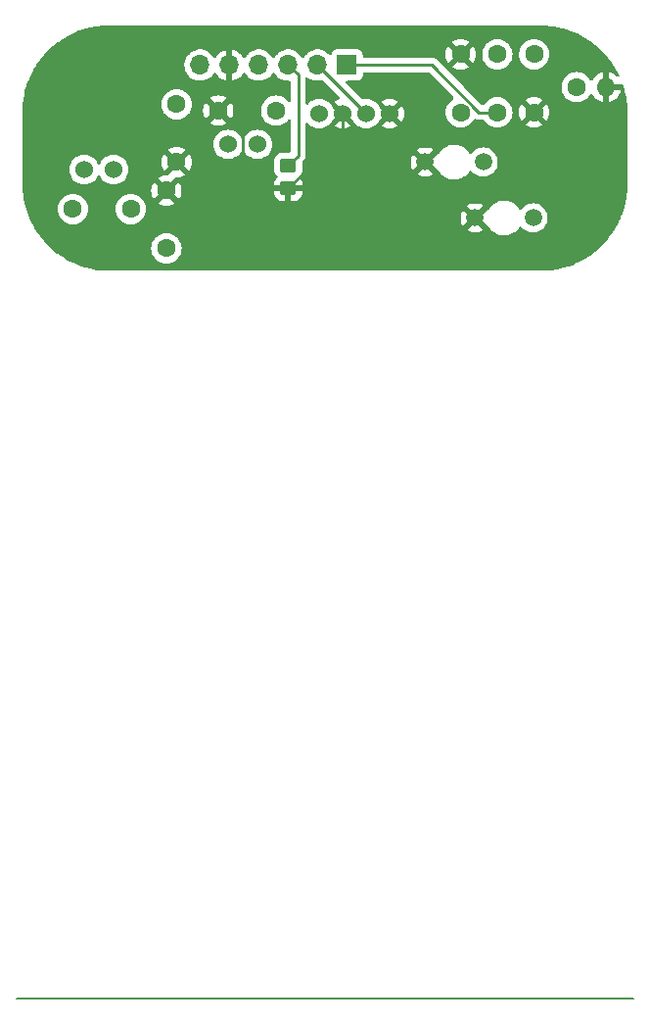
<source format=gbl>
G04 #@! TF.GenerationSoftware,KiCad,Pcbnew,(6.0.5)*
G04 #@! TF.CreationDate,2022-05-21T17:14:59+08:00*
G04 #@! TF.ProjectId,AT Sprint 3B.1 filter,41542053-7072-4696-9e74-2033422e3120,rev?*
G04 #@! TF.SameCoordinates,Original*
G04 #@! TF.FileFunction,Copper,L2,Bot*
G04 #@! TF.FilePolarity,Positive*
%FSLAX46Y46*%
G04 Gerber Fmt 4.6, Leading zero omitted, Abs format (unit mm)*
G04 Created by KiCad (PCBNEW (6.0.5)) date 2022-05-21 17:14:59*
%MOMM*%
%LPD*%
G01*
G04 APERTURE LIST*
G04 Aperture macros list*
%AMRoundRect*
0 Rectangle with rounded corners*
0 $1 Rounding radius*
0 $2 $3 $4 $5 $6 $7 $8 $9 X,Y pos of 4 corners*
0 Add a 4 corners polygon primitive as box body*
4,1,4,$2,$3,$4,$5,$6,$7,$8,$9,$2,$3,0*
0 Add four circle primitives for the rounded corners*
1,1,$1+$1,$2,$3*
1,1,$1+$1,$4,$5*
1,1,$1+$1,$6,$7*
1,1,$1+$1,$8,$9*
0 Add four rect primitives between the rounded corners*
20,1,$1+$1,$2,$3,$4,$5,0*
20,1,$1+$1,$4,$5,$6,$7,0*
20,1,$1+$1,$6,$7,$8,$9,0*
20,1,$1+$1,$8,$9,$2,$3,0*%
G04 Aperture macros list end*
G04 #@! TA.AperFunction,NonConductor*
%ADD10C,0.200000*%
G04 #@! TD*
G04 #@! TA.AperFunction,ComponentPad*
%ADD11C,1.500000*%
G04 #@! TD*
G04 #@! TA.AperFunction,ComponentPad*
%ADD12C,1.600000*%
G04 #@! TD*
G04 #@! TA.AperFunction,ComponentPad*
%ADD13O,1.600000X1.600000*%
G04 #@! TD*
G04 #@! TA.AperFunction,ComponentPad*
%ADD14R,1.700000X1.700000*%
G04 #@! TD*
G04 #@! TA.AperFunction,ComponentPad*
%ADD15O,1.700000X1.700000*%
G04 #@! TD*
G04 #@! TA.AperFunction,ComponentPad*
%ADD16C,1.524000*%
G04 #@! TD*
G04 #@! TA.AperFunction,SMDPad,CuDef*
%ADD17RoundRect,0.250000X-0.450000X0.350000X-0.450000X-0.350000X0.450000X-0.350000X0.450000X0.350000X0*%
G04 #@! TD*
G04 #@! TA.AperFunction,Conductor*
%ADD18C,0.250000*%
G04 #@! TD*
G04 APERTURE END LIST*
D10*
X145288000Y-132207000D02*
X91948000Y-132207000D01*
D11*
X136612000Y-64770000D03*
X131612000Y-64770000D03*
D12*
X140379000Y-53467000D03*
D13*
X142919000Y-53467000D03*
D14*
X120523000Y-51562000D03*
D15*
X117983000Y-51562000D03*
X115443000Y-51562000D03*
X112903000Y-51562000D03*
X110363000Y-51562000D03*
X107823000Y-51562000D03*
D12*
X96814000Y-64008000D03*
X101814000Y-64008000D03*
X136696000Y-55634000D03*
X136696000Y-50634000D03*
X130346000Y-55634000D03*
X130346000Y-50634000D03*
X105791000Y-59944000D03*
X105791000Y-54944000D03*
D16*
X112776000Y-58413000D03*
X110236000Y-58413000D03*
X97790000Y-60586000D03*
X100330000Y-60586000D03*
D11*
X127294000Y-59944000D03*
X132294000Y-59944000D03*
D12*
X133521000Y-50634000D03*
X133521000Y-55634000D03*
D16*
X122174000Y-55753000D03*
X120142000Y-55753000D03*
X124206000Y-55753000D03*
X118110000Y-55753000D03*
D12*
X104902000Y-67397000D03*
X104902000Y-62397000D03*
X114387000Y-55499000D03*
X109387000Y-55499000D03*
D17*
X115443000Y-60214000D03*
X115443000Y-62214000D03*
D18*
X111531400Y-57643400D02*
X111531400Y-59994800D01*
X109387000Y-55499000D02*
X111531400Y-57643400D01*
X120142000Y-57515000D02*
X115443000Y-62214000D01*
X120142000Y-55753000D02*
X120142000Y-57515000D01*
X113750600Y-62214000D02*
X115443000Y-62214000D01*
X111531400Y-59994800D02*
X113750600Y-62214000D01*
X131936300Y-55634000D02*
X133521000Y-55634000D01*
X120523000Y-51562000D02*
X127864300Y-51562000D01*
X127864300Y-51562000D02*
X131936300Y-55634000D01*
X117983000Y-51562000D02*
X122174000Y-55753000D01*
X116293000Y-52412000D02*
X116293000Y-59364000D01*
X116293000Y-59364000D02*
X115443000Y-60214000D01*
X115443000Y-51562000D02*
X116293000Y-52412000D01*
G04 #@! TA.AperFunction,Conductor*
G36*
X137115134Y-48133492D02*
G01*
X137132708Y-48134728D01*
X137161046Y-48138728D01*
X137169933Y-48137437D01*
X137169934Y-48137437D01*
X137183351Y-48135488D01*
X137204053Y-48134206D01*
X137685929Y-48144108D01*
X137694683Y-48144593D01*
X137786651Y-48152906D01*
X138207000Y-48190902D01*
X138215679Y-48191992D01*
X138494949Y-48236987D01*
X138723551Y-48273819D01*
X138732154Y-48275514D01*
X139233091Y-48392459D01*
X139241554Y-48394748D01*
X139733168Y-48546253D01*
X139741400Y-48549108D01*
X140221323Y-48734448D01*
X140229332Y-48737866D01*
X140652925Y-48936326D01*
X140695174Y-48956120D01*
X140702979Y-48960114D01*
X141152473Y-49210212D01*
X141159982Y-49214738D01*
X141591035Y-49495515D01*
X141598210Y-49500554D01*
X142008657Y-49810600D01*
X142015462Y-49816123D01*
X142403379Y-50153986D01*
X142409754Y-50159940D01*
X142773241Y-50523965D01*
X142779216Y-50530381D01*
X143116493Y-50918787D01*
X143122008Y-50925603D01*
X143431461Y-51336528D01*
X143436488Y-51343711D01*
X143716604Y-51775146D01*
X143721120Y-51782661D01*
X143970566Y-52232552D01*
X143974548Y-52240362D01*
X144050458Y-52403014D01*
X144061142Y-52473200D01*
X144032184Y-52538023D01*
X143972777Y-52576899D01*
X143901783Y-52577485D01*
X143847186Y-52545395D01*
X143766875Y-52465084D01*
X143758467Y-52458028D01*
X143580007Y-52333069D01*
X143570511Y-52327586D01*
X143373053Y-52235510D01*
X143362761Y-52231764D01*
X143190497Y-52185606D01*
X143176401Y-52185942D01*
X143173000Y-52193884D01*
X143173000Y-53194885D01*
X143177475Y-53210124D01*
X143178865Y-53211329D01*
X143186548Y-53213000D01*
X144186967Y-53213000D01*
X144223024Y-53202413D01*
X144247720Y-53186541D01*
X144318716Y-53186539D01*
X144378443Y-53224921D01*
X144403688Y-53270506D01*
X144532167Y-53689607D01*
X144533762Y-53694811D01*
X144536036Y-53703270D01*
X144633541Y-54123749D01*
X144652239Y-54204382D01*
X144653920Y-54212983D01*
X144683571Y-54398764D01*
X144734992Y-54720956D01*
X144736072Y-54729657D01*
X144741151Y-54786789D01*
X144780123Y-55225180D01*
X144781622Y-55242044D01*
X144782093Y-55250788D01*
X144788852Y-55605257D01*
X144791137Y-55725080D01*
X144789339Y-55748823D01*
X144788427Y-55754132D01*
X144786879Y-55763138D01*
X144787903Y-55772058D01*
X144791011Y-55799130D01*
X144791833Y-55813758D01*
X144779774Y-61714794D01*
X144779601Y-61799242D01*
X144778101Y-61818368D01*
X144774309Y-61842714D01*
X144775473Y-61851617D01*
X144775473Y-61851621D01*
X144777240Y-61865134D01*
X144778229Y-61885812D01*
X144768636Y-62163688D01*
X144761819Y-62361134D01*
X144761220Y-62369803D01*
X144708731Y-62875187D01*
X144707536Y-62883794D01*
X144666665Y-63118424D01*
X144629330Y-63332756D01*
X144620339Y-63384368D01*
X144618555Y-63392862D01*
X144497065Y-63886224D01*
X144494698Y-63894584D01*
X144339486Y-64378423D01*
X144336560Y-64386569D01*
X144225644Y-64664749D01*
X144148368Y-64858559D01*
X144144873Y-64866515D01*
X143924607Y-65324392D01*
X143920572Y-65332088D01*
X143669274Y-65773691D01*
X143664719Y-65781090D01*
X143383756Y-66204061D01*
X143383581Y-66204324D01*
X143378526Y-66211392D01*
X143068875Y-66614256D01*
X143063368Y-66620933D01*
X142726677Y-67001506D01*
X142720698Y-67007811D01*
X142358601Y-67364250D01*
X142352202Y-67370129D01*
X142314459Y-67402475D01*
X142048502Y-67630402D01*
X141966396Y-67700767D01*
X141959607Y-67706191D01*
X141551914Y-68009461D01*
X141544767Y-68014403D01*
X141334232Y-68149525D01*
X141117165Y-68288839D01*
X141109704Y-68293272D01*
X140664183Y-68537593D01*
X140656425Y-68541506D01*
X140195131Y-68754537D01*
X140187136Y-68757900D01*
X139949691Y-68848267D01*
X139712255Y-68938630D01*
X139704032Y-68941439D01*
X139217823Y-69089009D01*
X139209426Y-69091244D01*
X138714224Y-69204947D01*
X138705693Y-69206599D01*
X138617156Y-69220589D01*
X138203790Y-69285906D01*
X138195188Y-69286963D01*
X137942109Y-69309225D01*
X137689042Y-69331486D01*
X137680365Y-69331949D01*
X137221509Y-69340559D01*
X137215210Y-69340677D01*
X137212385Y-69340730D01*
X137188680Y-69338932D01*
X137183200Y-69337990D01*
X137183199Y-69337990D01*
X137174354Y-69336470D01*
X137137707Y-69340677D01*
X137123337Y-69341499D01*
X99998367Y-69341499D01*
X99978982Y-69339999D01*
X99964148Y-69337689D01*
X99964145Y-69337689D01*
X99955276Y-69336308D01*
X99946373Y-69337472D01*
X99946371Y-69337472D01*
X99933121Y-69339204D01*
X99912291Y-69340187D01*
X99418984Y-69322569D01*
X99410012Y-69321927D01*
X98887181Y-69265717D01*
X98878278Y-69264437D01*
X98548546Y-69204947D01*
X98360780Y-69171070D01*
X98351994Y-69169159D01*
X97842474Y-69039112D01*
X97833854Y-69036580D01*
X97649597Y-68975254D01*
X97334911Y-68870516D01*
X97326484Y-68867373D01*
X96840656Y-68666137D01*
X96832474Y-68662400D01*
X96362256Y-68427026D01*
X96354362Y-68422716D01*
X95902115Y-68154385D01*
X95894553Y-68149525D01*
X95462608Y-67849619D01*
X95455408Y-67844229D01*
X95045965Y-67514280D01*
X95039167Y-67508390D01*
X94919526Y-67397000D01*
X103588502Y-67397000D01*
X103608457Y-67625087D01*
X103609881Y-67630400D01*
X103609881Y-67630402D01*
X103628736Y-67700767D01*
X103667716Y-67846243D01*
X103670039Y-67851224D01*
X103670039Y-67851225D01*
X103762151Y-68048762D01*
X103762154Y-68048767D01*
X103764477Y-68053749D01*
X103895802Y-68241300D01*
X104057700Y-68403198D01*
X104062208Y-68406355D01*
X104062211Y-68406357D01*
X104140389Y-68461098D01*
X104245251Y-68534523D01*
X104250233Y-68536846D01*
X104250238Y-68536849D01*
X104393508Y-68603656D01*
X104452757Y-68631284D01*
X104458065Y-68632706D01*
X104458067Y-68632707D01*
X104668598Y-68689119D01*
X104668600Y-68689119D01*
X104673913Y-68690543D01*
X104902000Y-68710498D01*
X105130087Y-68690543D01*
X105135400Y-68689119D01*
X105135402Y-68689119D01*
X105345933Y-68632707D01*
X105345935Y-68632706D01*
X105351243Y-68631284D01*
X105410492Y-68603656D01*
X105553762Y-68536849D01*
X105553767Y-68536846D01*
X105558749Y-68534523D01*
X105663611Y-68461098D01*
X105741789Y-68406357D01*
X105741792Y-68406355D01*
X105746300Y-68403198D01*
X105908198Y-68241300D01*
X106039523Y-68053749D01*
X106041846Y-68048767D01*
X106041849Y-68048762D01*
X106133961Y-67851225D01*
X106133961Y-67851224D01*
X106136284Y-67846243D01*
X106175265Y-67700767D01*
X106194119Y-67630402D01*
X106194119Y-67630400D01*
X106195543Y-67625087D01*
X106215498Y-67397000D01*
X106195543Y-67168913D01*
X106188788Y-67143703D01*
X106137707Y-66953067D01*
X106137706Y-66953065D01*
X106136284Y-66947757D01*
X106045018Y-66752035D01*
X106041849Y-66745238D01*
X106041846Y-66745233D01*
X106039523Y-66740251D01*
X105951300Y-66614256D01*
X105911357Y-66557211D01*
X105911355Y-66557208D01*
X105908198Y-66552700D01*
X105746300Y-66390802D01*
X105741792Y-66387645D01*
X105741789Y-66387643D01*
X105663611Y-66332902D01*
X105558749Y-66259477D01*
X105553767Y-66257154D01*
X105553762Y-66257151D01*
X105356225Y-66165039D01*
X105356224Y-66165039D01*
X105351243Y-66162716D01*
X105345935Y-66161294D01*
X105345933Y-66161293D01*
X105135402Y-66104881D01*
X105135400Y-66104881D01*
X105130087Y-66103457D01*
X104902000Y-66083502D01*
X104673913Y-66103457D01*
X104668600Y-66104881D01*
X104668598Y-66104881D01*
X104458067Y-66161293D01*
X104458065Y-66161294D01*
X104452757Y-66162716D01*
X104447776Y-66165039D01*
X104447775Y-66165039D01*
X104250238Y-66257151D01*
X104250233Y-66257154D01*
X104245251Y-66259477D01*
X104140389Y-66332902D01*
X104062211Y-66387643D01*
X104062208Y-66387645D01*
X104057700Y-66390802D01*
X103895802Y-66552700D01*
X103892645Y-66557208D01*
X103892643Y-66557211D01*
X103852700Y-66614256D01*
X103764477Y-66740251D01*
X103762154Y-66745233D01*
X103762151Y-66745238D01*
X103758982Y-66752035D01*
X103667716Y-66947757D01*
X103666294Y-66953065D01*
X103666293Y-66953067D01*
X103615212Y-67143703D01*
X103608457Y-67168913D01*
X103588502Y-67397000D01*
X94919526Y-67397000D01*
X94654297Y-67150063D01*
X94647937Y-67143703D01*
X94289610Y-66758833D01*
X94283720Y-66752035D01*
X93953771Y-66342592D01*
X93948381Y-66335392D01*
X93648475Y-65903447D01*
X93643612Y-65895880D01*
X93626110Y-65866381D01*
X93598686Y-65820161D01*
X130926393Y-65820161D01*
X130935687Y-65832175D01*
X130976088Y-65860464D01*
X130985584Y-65865947D01*
X131175113Y-65954326D01*
X131185405Y-65958072D01*
X131387401Y-66012196D01*
X131398196Y-66014099D01*
X131606525Y-66032326D01*
X131617475Y-66032326D01*
X131825804Y-66014099D01*
X131836599Y-66012196D01*
X132038595Y-65958072D01*
X132048887Y-65954326D01*
X132238416Y-65865947D01*
X132247912Y-65860464D01*
X132289148Y-65831590D01*
X132297523Y-65821112D01*
X132290457Y-65807668D01*
X131624811Y-65142021D01*
X131610868Y-65134408D01*
X131609034Y-65134539D01*
X131602420Y-65138790D01*
X130932820Y-65808391D01*
X130926393Y-65820161D01*
X93598686Y-65820161D01*
X93375282Y-65443633D01*
X93370974Y-65435744D01*
X93365057Y-65423922D01*
X93222330Y-65138790D01*
X93135600Y-64965526D01*
X93131863Y-64957344D01*
X92930627Y-64471516D01*
X92927484Y-64463089D01*
X92801588Y-64084833D01*
X92776016Y-64008000D01*
X95500502Y-64008000D01*
X95520457Y-64236087D01*
X95521881Y-64241400D01*
X95521881Y-64241402D01*
X95549025Y-64342702D01*
X95579716Y-64457243D01*
X95582039Y-64462224D01*
X95582039Y-64462225D01*
X95674151Y-64659762D01*
X95674154Y-64659767D01*
X95676477Y-64664749D01*
X95679634Y-64669257D01*
X95787158Y-64822817D01*
X95807802Y-64852300D01*
X95969700Y-65014198D01*
X95974208Y-65017355D01*
X95974211Y-65017357D01*
X96040762Y-65063956D01*
X96157251Y-65145523D01*
X96162233Y-65147846D01*
X96162238Y-65147849D01*
X96359775Y-65239961D01*
X96364757Y-65242284D01*
X96370065Y-65243706D01*
X96370067Y-65243707D01*
X96580598Y-65300119D01*
X96580600Y-65300119D01*
X96585913Y-65301543D01*
X96814000Y-65321498D01*
X97042087Y-65301543D01*
X97047400Y-65300119D01*
X97047402Y-65300119D01*
X97257933Y-65243707D01*
X97257935Y-65243706D01*
X97263243Y-65242284D01*
X97268225Y-65239961D01*
X97465762Y-65147849D01*
X97465767Y-65147846D01*
X97470749Y-65145523D01*
X97587238Y-65063956D01*
X97653789Y-65017357D01*
X97653792Y-65017355D01*
X97658300Y-65014198D01*
X97820198Y-64852300D01*
X97840843Y-64822817D01*
X97948366Y-64669257D01*
X97951523Y-64664749D01*
X97953846Y-64659767D01*
X97953849Y-64659762D01*
X98045961Y-64462225D01*
X98045961Y-64462224D01*
X98048284Y-64457243D01*
X98078976Y-64342702D01*
X98106119Y-64241402D01*
X98106119Y-64241400D01*
X98107543Y-64236087D01*
X98127498Y-64008000D01*
X100500502Y-64008000D01*
X100520457Y-64236087D01*
X100521881Y-64241400D01*
X100521881Y-64241402D01*
X100549025Y-64342702D01*
X100579716Y-64457243D01*
X100582039Y-64462224D01*
X100582039Y-64462225D01*
X100674151Y-64659762D01*
X100674154Y-64659767D01*
X100676477Y-64664749D01*
X100679634Y-64669257D01*
X100787158Y-64822817D01*
X100807802Y-64852300D01*
X100969700Y-65014198D01*
X100974208Y-65017355D01*
X100974211Y-65017357D01*
X101040762Y-65063956D01*
X101157251Y-65145523D01*
X101162233Y-65147846D01*
X101162238Y-65147849D01*
X101359775Y-65239961D01*
X101364757Y-65242284D01*
X101370065Y-65243706D01*
X101370067Y-65243707D01*
X101580598Y-65300119D01*
X101580600Y-65300119D01*
X101585913Y-65301543D01*
X101814000Y-65321498D01*
X102042087Y-65301543D01*
X102047400Y-65300119D01*
X102047402Y-65300119D01*
X102257933Y-65243707D01*
X102257935Y-65243706D01*
X102263243Y-65242284D01*
X102268225Y-65239961D01*
X102465762Y-65147849D01*
X102465767Y-65147846D01*
X102470749Y-65145523D01*
X102587238Y-65063956D01*
X102653789Y-65017357D01*
X102653792Y-65017355D01*
X102658300Y-65014198D01*
X102820198Y-64852300D01*
X102840843Y-64822817D01*
X102873992Y-64775475D01*
X130349674Y-64775475D01*
X130367901Y-64983804D01*
X130369804Y-64994599D01*
X130423928Y-65196595D01*
X130427674Y-65206887D01*
X130516054Y-65396417D01*
X130521534Y-65405907D01*
X130550411Y-65447149D01*
X130560887Y-65455523D01*
X130574334Y-65448455D01*
X131239979Y-64782811D01*
X131246356Y-64771132D01*
X131976408Y-64771132D01*
X131976539Y-64772966D01*
X131980790Y-64779580D01*
X132650391Y-65449180D01*
X132664328Y-65456790D01*
X132678957Y-65455744D01*
X132748331Y-65470835D01*
X132795936Y-65517647D01*
X132796099Y-65517536D01*
X132932544Y-65718307D01*
X133099332Y-65894681D01*
X133103358Y-65897759D01*
X133103359Y-65897760D01*
X133288154Y-66039047D01*
X133288158Y-66039050D01*
X133292174Y-66042120D01*
X133506109Y-66156831D01*
X133735631Y-66235862D01*
X133834978Y-66253022D01*
X133970926Y-66276504D01*
X133970932Y-66276505D01*
X133974836Y-66277179D01*
X133978797Y-66277359D01*
X133978798Y-66277359D01*
X134002506Y-66278436D01*
X134002525Y-66278436D01*
X134003925Y-66278500D01*
X134173001Y-66278500D01*
X134175509Y-66278298D01*
X134175514Y-66278298D01*
X134348924Y-66264346D01*
X134348929Y-66264345D01*
X134353965Y-66263940D01*
X134358873Y-66262734D01*
X134358876Y-66262734D01*
X134584792Y-66207244D01*
X134589706Y-66206037D01*
X134594358Y-66204062D01*
X134594362Y-66204061D01*
X134808498Y-66113165D01*
X134813156Y-66111188D01*
X134919037Y-66044511D01*
X135014288Y-65984528D01*
X135014291Y-65984526D01*
X135018567Y-65981833D01*
X135107479Y-65903447D01*
X135196858Y-65824650D01*
X135196861Y-65824647D01*
X135200655Y-65821302D01*
X135354734Y-65633722D01*
X135357275Y-65629356D01*
X135357280Y-65629349D01*
X135403470Y-65549986D01*
X135455024Y-65501172D01*
X135524784Y-65487979D01*
X135590602Y-65514596D01*
X135615582Y-65541095D01*
X135644251Y-65582038D01*
X135799962Y-65737749D01*
X135804471Y-65740906D01*
X135804473Y-65740908D01*
X135861859Y-65781090D01*
X135980346Y-65864056D01*
X136179924Y-65957120D01*
X136392629Y-66014115D01*
X136612000Y-66033307D01*
X136831371Y-66014115D01*
X137044076Y-65957120D01*
X137243654Y-65864056D01*
X137362141Y-65781090D01*
X137419527Y-65740908D01*
X137419529Y-65740906D01*
X137424038Y-65737749D01*
X137579749Y-65582038D01*
X137623757Y-65519189D01*
X137702899Y-65406162D01*
X137702900Y-65406160D01*
X137706056Y-65401653D01*
X137708379Y-65396671D01*
X137708382Y-65396666D01*
X137779707Y-65243707D01*
X137799120Y-65202076D01*
X137856115Y-64989371D01*
X137875307Y-64770000D01*
X137856115Y-64550629D01*
X137799120Y-64337924D01*
X137749077Y-64230607D01*
X137708382Y-64143334D01*
X137708379Y-64143329D01*
X137706056Y-64138347D01*
X137659387Y-64071697D01*
X137582908Y-63962473D01*
X137582906Y-63962470D01*
X137579749Y-63957962D01*
X137424038Y-63802251D01*
X137399963Y-63785393D01*
X137306342Y-63719839D01*
X137243654Y-63675944D01*
X137044076Y-63582880D01*
X136831371Y-63525885D01*
X136612000Y-63506693D01*
X136392629Y-63525885D01*
X136179924Y-63582880D01*
X136086562Y-63626415D01*
X135985334Y-63673618D01*
X135985329Y-63673621D01*
X135980347Y-63675944D01*
X135975840Y-63679100D01*
X135975838Y-63679101D01*
X135804473Y-63799092D01*
X135804470Y-63799094D01*
X135799962Y-63802251D01*
X135644251Y-63957962D01*
X135641094Y-63962470D01*
X135641092Y-63962473D01*
X135616977Y-63996913D01*
X135561520Y-64041241D01*
X135490900Y-64048550D01*
X135427540Y-64016519D01*
X135409552Y-63995465D01*
X135387131Y-63962473D01*
X135291456Y-63821693D01*
X135124668Y-63645319D01*
X135046656Y-63585674D01*
X134935846Y-63500953D01*
X134935842Y-63500950D01*
X134931826Y-63497880D01*
X134926599Y-63495077D01*
X134722352Y-63385561D01*
X134717891Y-63383169D01*
X134488369Y-63304138D01*
X134389022Y-63286978D01*
X134253074Y-63263496D01*
X134253068Y-63263495D01*
X134249164Y-63262821D01*
X134245203Y-63262641D01*
X134245202Y-63262641D01*
X134221494Y-63261564D01*
X134221475Y-63261564D01*
X134220075Y-63261500D01*
X134050999Y-63261500D01*
X134048491Y-63261702D01*
X134048486Y-63261702D01*
X133875076Y-63275654D01*
X133875071Y-63275655D01*
X133870035Y-63276060D01*
X133865127Y-63277266D01*
X133865124Y-63277266D01*
X133706877Y-63316135D01*
X133634294Y-63333963D01*
X133629642Y-63335938D01*
X133629638Y-63335939D01*
X133581817Y-63356238D01*
X133410844Y-63428812D01*
X133406560Y-63431510D01*
X133209712Y-63555472D01*
X133209709Y-63555474D01*
X133205433Y-63558167D01*
X133178481Y-63581928D01*
X133027142Y-63715350D01*
X133027139Y-63715353D01*
X133023345Y-63718698D01*
X133020135Y-63722606D01*
X133020134Y-63722607D01*
X132878872Y-63894584D01*
X132869266Y-63906278D01*
X132866721Y-63910650D01*
X132866718Y-63910655D01*
X132801398Y-64022884D01*
X132749845Y-64071697D01*
X132679528Y-64084833D01*
X132665248Y-64083355D01*
X132649666Y-64091545D01*
X131984021Y-64757189D01*
X131976408Y-64771132D01*
X131246356Y-64771132D01*
X131247592Y-64768868D01*
X131247461Y-64767034D01*
X131243210Y-64760420D01*
X130573609Y-64090820D01*
X130561839Y-64084393D01*
X130549824Y-64093689D01*
X130521534Y-64134093D01*
X130516054Y-64143583D01*
X130427674Y-64333113D01*
X130423928Y-64343405D01*
X130369804Y-64545401D01*
X130367901Y-64556196D01*
X130349674Y-64764525D01*
X130349674Y-64775475D01*
X102873992Y-64775475D01*
X102948366Y-64669257D01*
X102951523Y-64664749D01*
X102953846Y-64659767D01*
X102953849Y-64659762D01*
X103045961Y-64462225D01*
X103045961Y-64462224D01*
X103048284Y-64457243D01*
X103078976Y-64342702D01*
X103106119Y-64241402D01*
X103106119Y-64241400D01*
X103107543Y-64236087D01*
X103127498Y-64008000D01*
X103107543Y-63779913D01*
X103091191Y-63718887D01*
X130926477Y-63718887D01*
X130933545Y-63732334D01*
X131599189Y-64397979D01*
X131613132Y-64405592D01*
X131614966Y-64405461D01*
X131621580Y-64401210D01*
X132291180Y-63731609D01*
X132297607Y-63719839D01*
X132288313Y-63707825D01*
X132247912Y-63679536D01*
X132238416Y-63674053D01*
X132048887Y-63585674D01*
X132038595Y-63581928D01*
X131836599Y-63527804D01*
X131825804Y-63525901D01*
X131617475Y-63507674D01*
X131606525Y-63507674D01*
X131398196Y-63525901D01*
X131387401Y-63527804D01*
X131185405Y-63581928D01*
X131175113Y-63585674D01*
X130985583Y-63674054D01*
X130976093Y-63679534D01*
X130934851Y-63708411D01*
X130926477Y-63718887D01*
X103091191Y-63718887D01*
X103049707Y-63564067D01*
X103049706Y-63564065D01*
X103048284Y-63558757D01*
X103045961Y-63553775D01*
X103012987Y-63483062D01*
X104180493Y-63483062D01*
X104189789Y-63495077D01*
X104240994Y-63530931D01*
X104250489Y-63536414D01*
X104447947Y-63628490D01*
X104458239Y-63632236D01*
X104668688Y-63688625D01*
X104679481Y-63690528D01*
X104896525Y-63709517D01*
X104907475Y-63709517D01*
X105124519Y-63690528D01*
X105135312Y-63688625D01*
X105345761Y-63632236D01*
X105356053Y-63628490D01*
X105553511Y-63536414D01*
X105563006Y-63530931D01*
X105615048Y-63494491D01*
X105623424Y-63484012D01*
X105616356Y-63470566D01*
X104914812Y-62769022D01*
X104900868Y-62761408D01*
X104899035Y-62761539D01*
X104892420Y-62765790D01*
X104186923Y-63471287D01*
X104180493Y-63483062D01*
X103012987Y-63483062D01*
X102953849Y-63356238D01*
X102953846Y-63356233D01*
X102951523Y-63351251D01*
X102820198Y-63163700D01*
X102658300Y-63001802D01*
X102653792Y-62998645D01*
X102653789Y-62998643D01*
X102528363Y-62910819D01*
X102470749Y-62870477D01*
X102465767Y-62868154D01*
X102465762Y-62868151D01*
X102268225Y-62776039D01*
X102268224Y-62776039D01*
X102263243Y-62773716D01*
X102257935Y-62772294D01*
X102257933Y-62772293D01*
X102047402Y-62715881D01*
X102047400Y-62715881D01*
X102042087Y-62714457D01*
X101814000Y-62694502D01*
X101585913Y-62714457D01*
X101580600Y-62715881D01*
X101580598Y-62715881D01*
X101370067Y-62772293D01*
X101370065Y-62772294D01*
X101364757Y-62773716D01*
X101359776Y-62776039D01*
X101359775Y-62776039D01*
X101162238Y-62868151D01*
X101162233Y-62868154D01*
X101157251Y-62870477D01*
X101099637Y-62910819D01*
X100974211Y-62998643D01*
X100974208Y-62998645D01*
X100969700Y-63001802D01*
X100807802Y-63163700D01*
X100676477Y-63351251D01*
X100674154Y-63356233D01*
X100674151Y-63356238D01*
X100582039Y-63553775D01*
X100579716Y-63558757D01*
X100578294Y-63564065D01*
X100578293Y-63564067D01*
X100536809Y-63718887D01*
X100520457Y-63779913D01*
X100500502Y-64008000D01*
X98127498Y-64008000D01*
X98107543Y-63779913D01*
X98091191Y-63718887D01*
X98049707Y-63564067D01*
X98049706Y-63564065D01*
X98048284Y-63558757D01*
X98045961Y-63553775D01*
X97953849Y-63356238D01*
X97953846Y-63356233D01*
X97951523Y-63351251D01*
X97820198Y-63163700D01*
X97658300Y-63001802D01*
X97653792Y-62998645D01*
X97653789Y-62998643D01*
X97528363Y-62910819D01*
X97470749Y-62870477D01*
X97465767Y-62868154D01*
X97465762Y-62868151D01*
X97268225Y-62776039D01*
X97268224Y-62776039D01*
X97263243Y-62773716D01*
X97257935Y-62772294D01*
X97257933Y-62772293D01*
X97047402Y-62715881D01*
X97047400Y-62715881D01*
X97042087Y-62714457D01*
X96814000Y-62694502D01*
X96585913Y-62714457D01*
X96580600Y-62715881D01*
X96580598Y-62715881D01*
X96370067Y-62772293D01*
X96370065Y-62772294D01*
X96364757Y-62773716D01*
X96359776Y-62776039D01*
X96359775Y-62776039D01*
X96162238Y-62868151D01*
X96162233Y-62868154D01*
X96157251Y-62870477D01*
X96099637Y-62910819D01*
X95974211Y-62998643D01*
X95974208Y-62998645D01*
X95969700Y-63001802D01*
X95807802Y-63163700D01*
X95676477Y-63351251D01*
X95674154Y-63356233D01*
X95674151Y-63356238D01*
X95582039Y-63553775D01*
X95579716Y-63558757D01*
X95578294Y-63564065D01*
X95578293Y-63564067D01*
X95536809Y-63718887D01*
X95520457Y-63779913D01*
X95500502Y-64008000D01*
X92776016Y-64008000D01*
X92761420Y-63964146D01*
X92758887Y-63955521D01*
X92758516Y-63954065D01*
X92628841Y-63446004D01*
X92626929Y-63437217D01*
X92618929Y-63392873D01*
X92569413Y-63118424D01*
X92533563Y-62919722D01*
X92532283Y-62910819D01*
X92477631Y-62402475D01*
X103589483Y-62402475D01*
X103608472Y-62619519D01*
X103610375Y-62630312D01*
X103666764Y-62840761D01*
X103670510Y-62851053D01*
X103762586Y-63048511D01*
X103768069Y-63058006D01*
X103804509Y-63110048D01*
X103814988Y-63118424D01*
X103828434Y-63111356D01*
X104529978Y-62409812D01*
X104536356Y-62398132D01*
X105266408Y-62398132D01*
X105266539Y-62399965D01*
X105270790Y-62406580D01*
X105976287Y-63112077D01*
X105988062Y-63118507D01*
X106000077Y-63109211D01*
X106035931Y-63058006D01*
X106041414Y-63048511D01*
X106133490Y-62851053D01*
X106137236Y-62840761D01*
X106193625Y-62630312D01*
X106195528Y-62619519D01*
X106196265Y-62611095D01*
X114235001Y-62611095D01*
X114235338Y-62617614D01*
X114245257Y-62713206D01*
X114248149Y-62726600D01*
X114299588Y-62880784D01*
X114305761Y-62893962D01*
X114391063Y-63031807D01*
X114400099Y-63043208D01*
X114514829Y-63157739D01*
X114526240Y-63166751D01*
X114664243Y-63251816D01*
X114677424Y-63257963D01*
X114831710Y-63309138D01*
X114845086Y-63312005D01*
X114939438Y-63321672D01*
X114945854Y-63322000D01*
X115170885Y-63322000D01*
X115186124Y-63317525D01*
X115187329Y-63316135D01*
X115189000Y-63308452D01*
X115189000Y-63303884D01*
X115697000Y-63303884D01*
X115701475Y-63319123D01*
X115702865Y-63320328D01*
X115710548Y-63321999D01*
X115940095Y-63321999D01*
X115946614Y-63321662D01*
X116042206Y-63311743D01*
X116055600Y-63308851D01*
X116209784Y-63257412D01*
X116222962Y-63251239D01*
X116360807Y-63165937D01*
X116372208Y-63156901D01*
X116486739Y-63042171D01*
X116495751Y-63030760D01*
X116580816Y-62892757D01*
X116586963Y-62879576D01*
X116638138Y-62725290D01*
X116641005Y-62711914D01*
X116650672Y-62617562D01*
X116651000Y-62611146D01*
X116651000Y-62486115D01*
X116646525Y-62470876D01*
X116645135Y-62469671D01*
X116637452Y-62468000D01*
X115715115Y-62468000D01*
X115699876Y-62472475D01*
X115698671Y-62473865D01*
X115697000Y-62481548D01*
X115697000Y-63303884D01*
X115189000Y-63303884D01*
X115189000Y-62486115D01*
X115184525Y-62470876D01*
X115183135Y-62469671D01*
X115175452Y-62468000D01*
X114253116Y-62468000D01*
X114237877Y-62472475D01*
X114236672Y-62473865D01*
X114235001Y-62481548D01*
X114235001Y-62611095D01*
X106196265Y-62611095D01*
X106214517Y-62402475D01*
X106214517Y-62391525D01*
X106195528Y-62174481D01*
X106193625Y-62163688D01*
X106137236Y-61953239D01*
X106133490Y-61942947D01*
X106041414Y-61745489D01*
X106035931Y-61735994D01*
X105999491Y-61683952D01*
X105989012Y-61675576D01*
X105975566Y-61682644D01*
X105274022Y-62384188D01*
X105266408Y-62398132D01*
X104536356Y-62398132D01*
X104537592Y-62395868D01*
X104537461Y-62394035D01*
X104533210Y-62387420D01*
X103827713Y-61681923D01*
X103815938Y-61675493D01*
X103803923Y-61684789D01*
X103768069Y-61735994D01*
X103762586Y-61745489D01*
X103670510Y-61942947D01*
X103666764Y-61953239D01*
X103610375Y-62163688D01*
X103608472Y-62174481D01*
X103589483Y-62391525D01*
X103589483Y-62402475D01*
X92477631Y-62402475D01*
X92476073Y-62387988D01*
X92475431Y-62379016D01*
X92458216Y-61897020D01*
X92459882Y-61871621D01*
X92460231Y-61869547D01*
X92461576Y-61861552D01*
X92461729Y-61849000D01*
X92457724Y-61821033D01*
X92456452Y-61803310D01*
X92455155Y-60586000D01*
X96514647Y-60586000D01*
X96534022Y-60807463D01*
X96591560Y-61022196D01*
X96593882Y-61027177D01*
X96593883Y-61027178D01*
X96683186Y-61218689D01*
X96683189Y-61218694D01*
X96685512Y-61223676D01*
X96688668Y-61228183D01*
X96688669Y-61228185D01*
X96807043Y-61397240D01*
X96813023Y-61405781D01*
X96970219Y-61562977D01*
X96974727Y-61566134D01*
X96974730Y-61566136D01*
X97050495Y-61619187D01*
X97152323Y-61690488D01*
X97157305Y-61692811D01*
X97157310Y-61692814D01*
X97270273Y-61745489D01*
X97353804Y-61784440D01*
X97359112Y-61785862D01*
X97359114Y-61785863D01*
X97409045Y-61799242D01*
X97568537Y-61841978D01*
X97790000Y-61861353D01*
X98011463Y-61841978D01*
X98170955Y-61799242D01*
X98220886Y-61785863D01*
X98220888Y-61785862D01*
X98226196Y-61784440D01*
X98309727Y-61745489D01*
X98422690Y-61692814D01*
X98422695Y-61692811D01*
X98427677Y-61690488D01*
X98529505Y-61619187D01*
X98605270Y-61566136D01*
X98605273Y-61566134D01*
X98609781Y-61562977D01*
X98766977Y-61405781D01*
X98772958Y-61397240D01*
X98891331Y-61228185D01*
X98891332Y-61228183D01*
X98894488Y-61223676D01*
X98896811Y-61218694D01*
X98896814Y-61218689D01*
X98945805Y-61113627D01*
X98992723Y-61060342D01*
X99061000Y-61040881D01*
X99128960Y-61061423D01*
X99174195Y-61113627D01*
X99223186Y-61218689D01*
X99223189Y-61218694D01*
X99225512Y-61223676D01*
X99228668Y-61228183D01*
X99228669Y-61228185D01*
X99347043Y-61397240D01*
X99353023Y-61405781D01*
X99510219Y-61562977D01*
X99514727Y-61566134D01*
X99514730Y-61566136D01*
X99590495Y-61619187D01*
X99692323Y-61690488D01*
X99697305Y-61692811D01*
X99697310Y-61692814D01*
X99810273Y-61745489D01*
X99893804Y-61784440D01*
X99899112Y-61785862D01*
X99899114Y-61785863D01*
X99949045Y-61799242D01*
X100108537Y-61841978D01*
X100330000Y-61861353D01*
X100551463Y-61841978D01*
X100710955Y-61799242D01*
X100760886Y-61785863D01*
X100760888Y-61785862D01*
X100766196Y-61784440D01*
X100849727Y-61745489D01*
X100962690Y-61692814D01*
X100962695Y-61692811D01*
X100967677Y-61690488D01*
X101069505Y-61619187D01*
X101145270Y-61566136D01*
X101145273Y-61566134D01*
X101149781Y-61562977D01*
X101306977Y-61405781D01*
X101312958Y-61397240D01*
X101374052Y-61309988D01*
X104180576Y-61309988D01*
X104187644Y-61323434D01*
X104889188Y-62024978D01*
X104903132Y-62032592D01*
X104904965Y-62032461D01*
X104911580Y-62028210D01*
X105617078Y-61322712D01*
X105619768Y-61317786D01*
X105669971Y-61267584D01*
X105741337Y-61252651D01*
X105785526Y-61256517D01*
X105796475Y-61256517D01*
X106013519Y-61237528D01*
X106024312Y-61235625D01*
X106234761Y-61179236D01*
X106245053Y-61175490D01*
X106442511Y-61083414D01*
X106452006Y-61077931D01*
X106504048Y-61041491D01*
X106512424Y-61031012D01*
X106505356Y-61017566D01*
X105803812Y-60316022D01*
X105789868Y-60308408D01*
X105788035Y-60308539D01*
X105781420Y-60312790D01*
X105075922Y-61018288D01*
X105073232Y-61023214D01*
X105023029Y-61073416D01*
X104951663Y-61088349D01*
X104907474Y-61084483D01*
X104896525Y-61084483D01*
X104679481Y-61103472D01*
X104668688Y-61105375D01*
X104458239Y-61161764D01*
X104447947Y-61165510D01*
X104250489Y-61257586D01*
X104240994Y-61263069D01*
X104188952Y-61299509D01*
X104180576Y-61309988D01*
X101374052Y-61309988D01*
X101431331Y-61228185D01*
X101431332Y-61228183D01*
X101434488Y-61223676D01*
X101436811Y-61218694D01*
X101436814Y-61218689D01*
X101526117Y-61027178D01*
X101526118Y-61027177D01*
X101528440Y-61022196D01*
X101585978Y-60807463D01*
X101605353Y-60586000D01*
X101585978Y-60364537D01*
X101528440Y-60149804D01*
X101457101Y-59996817D01*
X101436814Y-59953311D01*
X101436811Y-59953306D01*
X101435025Y-59949475D01*
X104478483Y-59949475D01*
X104497472Y-60166519D01*
X104499375Y-60177312D01*
X104555764Y-60387761D01*
X104559510Y-60398053D01*
X104651586Y-60595511D01*
X104657069Y-60605006D01*
X104693509Y-60657048D01*
X104703988Y-60665424D01*
X104717434Y-60658356D01*
X105418978Y-59956812D01*
X105425356Y-59945132D01*
X106155408Y-59945132D01*
X106155539Y-59946965D01*
X106159790Y-59953580D01*
X106865287Y-60659077D01*
X106877062Y-60665507D01*
X106889077Y-60656211D01*
X106924931Y-60605006D01*
X106930414Y-60595511D01*
X107022490Y-60398053D01*
X107026236Y-60387761D01*
X107082625Y-60177312D01*
X107084528Y-60166519D01*
X107103517Y-59949475D01*
X107103517Y-59938525D01*
X107084528Y-59721481D01*
X107082625Y-59710688D01*
X107026236Y-59500239D01*
X107022490Y-59489947D01*
X106930414Y-59292489D01*
X106924931Y-59282994D01*
X106888491Y-59230952D01*
X106878012Y-59222576D01*
X106864566Y-59229644D01*
X106163022Y-59931188D01*
X106155408Y-59945132D01*
X105425356Y-59945132D01*
X105426592Y-59942868D01*
X105426461Y-59941035D01*
X105422210Y-59934420D01*
X104716713Y-59228923D01*
X104704938Y-59222493D01*
X104692923Y-59231789D01*
X104657069Y-59282994D01*
X104651586Y-59292489D01*
X104559510Y-59489947D01*
X104555764Y-59500239D01*
X104499375Y-59710688D01*
X104497472Y-59721481D01*
X104478483Y-59938525D01*
X104478483Y-59949475D01*
X101435025Y-59949475D01*
X101434488Y-59948324D01*
X101429384Y-59941035D01*
X101310136Y-59770730D01*
X101310134Y-59770727D01*
X101306977Y-59766219D01*
X101149781Y-59609023D01*
X101145273Y-59605866D01*
X101145270Y-59605864D01*
X101054270Y-59542145D01*
X100967677Y-59481512D01*
X100962695Y-59479189D01*
X100962690Y-59479186D01*
X100771178Y-59389883D01*
X100771177Y-59389882D01*
X100766196Y-59387560D01*
X100760888Y-59386138D01*
X100760886Y-59386137D01*
X100629585Y-59350955D01*
X100551463Y-59330022D01*
X100330000Y-59310647D01*
X100108537Y-59330022D01*
X100030415Y-59350955D01*
X99899114Y-59386137D01*
X99899112Y-59386138D01*
X99893804Y-59387560D01*
X99888823Y-59389882D01*
X99888822Y-59389883D01*
X99697311Y-59479186D01*
X99697306Y-59479189D01*
X99692324Y-59481512D01*
X99687817Y-59484668D01*
X99687815Y-59484669D01*
X99514730Y-59605864D01*
X99514727Y-59605866D01*
X99510219Y-59609023D01*
X99353023Y-59766219D01*
X99349866Y-59770727D01*
X99349864Y-59770730D01*
X99230616Y-59941035D01*
X99225512Y-59948324D01*
X99223189Y-59953306D01*
X99223186Y-59953311D01*
X99174195Y-60058373D01*
X99127277Y-60111658D01*
X99059000Y-60131119D01*
X98991040Y-60110577D01*
X98945805Y-60058373D01*
X98896814Y-59953311D01*
X98896811Y-59953306D01*
X98894488Y-59948324D01*
X98889384Y-59941035D01*
X98770136Y-59770730D01*
X98770134Y-59770727D01*
X98766977Y-59766219D01*
X98609781Y-59609023D01*
X98605273Y-59605866D01*
X98605270Y-59605864D01*
X98514270Y-59542145D01*
X98427677Y-59481512D01*
X98422695Y-59479189D01*
X98422690Y-59479186D01*
X98231178Y-59389883D01*
X98231177Y-59389882D01*
X98226196Y-59387560D01*
X98220888Y-59386138D01*
X98220886Y-59386137D01*
X98089585Y-59350955D01*
X98011463Y-59330022D01*
X97790000Y-59310647D01*
X97568537Y-59330022D01*
X97490415Y-59350955D01*
X97359114Y-59386137D01*
X97359112Y-59386138D01*
X97353804Y-59387560D01*
X97348823Y-59389882D01*
X97348822Y-59389883D01*
X97157311Y-59479186D01*
X97157306Y-59479189D01*
X97152324Y-59481512D01*
X97147817Y-59484668D01*
X97147815Y-59484669D01*
X96974730Y-59605864D01*
X96974727Y-59605866D01*
X96970219Y-59609023D01*
X96813023Y-59766219D01*
X96809866Y-59770727D01*
X96809864Y-59770730D01*
X96690616Y-59941035D01*
X96685512Y-59948324D01*
X96683189Y-59953306D01*
X96683186Y-59953311D01*
X96662899Y-59996817D01*
X96591560Y-60149804D01*
X96534022Y-60364537D01*
X96514647Y-60586000D01*
X92455155Y-60586000D01*
X92453312Y-58856988D01*
X105069576Y-58856988D01*
X105076644Y-58870434D01*
X105778188Y-59571978D01*
X105792132Y-59579592D01*
X105793965Y-59579461D01*
X105800580Y-59575210D01*
X106506077Y-58869713D01*
X106512507Y-58857938D01*
X106503211Y-58845923D01*
X106452006Y-58810069D01*
X106442511Y-58804586D01*
X106245053Y-58712510D01*
X106234761Y-58708764D01*
X106024312Y-58652375D01*
X106013519Y-58650472D01*
X105796475Y-58631483D01*
X105785525Y-58631483D01*
X105568481Y-58650472D01*
X105557688Y-58652375D01*
X105347239Y-58708764D01*
X105336947Y-58712510D01*
X105139489Y-58804586D01*
X105129994Y-58810069D01*
X105077952Y-58846509D01*
X105069576Y-58856988D01*
X92453312Y-58856988D01*
X92452839Y-58413000D01*
X108960647Y-58413000D01*
X108980022Y-58634463D01*
X109037560Y-58849196D01*
X109039882Y-58854177D01*
X109039883Y-58854178D01*
X109129186Y-59045689D01*
X109129189Y-59045694D01*
X109131512Y-59050676D01*
X109134668Y-59055183D01*
X109134669Y-59055185D01*
X109233888Y-59196884D01*
X109259023Y-59232781D01*
X109416219Y-59389977D01*
X109420727Y-59393134D01*
X109420730Y-59393136D01*
X109450324Y-59413858D01*
X109598323Y-59517488D01*
X109603305Y-59519811D01*
X109603310Y-59519814D01*
X109794822Y-59609117D01*
X109799804Y-59611440D01*
X109805112Y-59612862D01*
X109805114Y-59612863D01*
X109805327Y-59612920D01*
X110014537Y-59668978D01*
X110236000Y-59688353D01*
X110457463Y-59668978D01*
X110666673Y-59612920D01*
X110666886Y-59612863D01*
X110666888Y-59612862D01*
X110672196Y-59611440D01*
X110677178Y-59609117D01*
X110868690Y-59519814D01*
X110868695Y-59519811D01*
X110873677Y-59517488D01*
X111021676Y-59413858D01*
X111051270Y-59393136D01*
X111051273Y-59393134D01*
X111055781Y-59389977D01*
X111212977Y-59232781D01*
X111238113Y-59196884D01*
X111337331Y-59055185D01*
X111337332Y-59055183D01*
X111340488Y-59050676D01*
X111342811Y-59045694D01*
X111342814Y-59045689D01*
X111391805Y-58940627D01*
X111438723Y-58887342D01*
X111507000Y-58867881D01*
X111574960Y-58888423D01*
X111620195Y-58940627D01*
X111669186Y-59045689D01*
X111669189Y-59045694D01*
X111671512Y-59050676D01*
X111674668Y-59055183D01*
X111674669Y-59055185D01*
X111773888Y-59196884D01*
X111799023Y-59232781D01*
X111956219Y-59389977D01*
X111960727Y-59393134D01*
X111960730Y-59393136D01*
X111990324Y-59413858D01*
X112138323Y-59517488D01*
X112143305Y-59519811D01*
X112143310Y-59519814D01*
X112334822Y-59609117D01*
X112339804Y-59611440D01*
X112345112Y-59612862D01*
X112345114Y-59612863D01*
X112345327Y-59612920D01*
X112554537Y-59668978D01*
X112776000Y-59688353D01*
X112997463Y-59668978D01*
X113206673Y-59612920D01*
X113206886Y-59612863D01*
X113206888Y-59612862D01*
X113212196Y-59611440D01*
X113217178Y-59609117D01*
X113408690Y-59519814D01*
X113408695Y-59519811D01*
X113413677Y-59517488D01*
X113561676Y-59413858D01*
X113591270Y-59393136D01*
X113591273Y-59393134D01*
X113595781Y-59389977D01*
X113752977Y-59232781D01*
X113778113Y-59196884D01*
X113877331Y-59055185D01*
X113877332Y-59055183D01*
X113880488Y-59050676D01*
X113882811Y-59045694D01*
X113882814Y-59045689D01*
X113972117Y-58854178D01*
X113972118Y-58854177D01*
X113974440Y-58849196D01*
X114031978Y-58634463D01*
X114051353Y-58413000D01*
X114031978Y-58191537D01*
X113974440Y-57976804D01*
X113931805Y-57885373D01*
X113882814Y-57780311D01*
X113882811Y-57780306D01*
X113880488Y-57775324D01*
X113752977Y-57593219D01*
X113595781Y-57436023D01*
X113591273Y-57432866D01*
X113591270Y-57432864D01*
X113515505Y-57379813D01*
X113413677Y-57308512D01*
X113408695Y-57306189D01*
X113408690Y-57306186D01*
X113217178Y-57216883D01*
X113217177Y-57216882D01*
X113212196Y-57214560D01*
X113206888Y-57213138D01*
X113206886Y-57213137D01*
X113141051Y-57195497D01*
X112997463Y-57157022D01*
X112776000Y-57137647D01*
X112554537Y-57157022D01*
X112410949Y-57195497D01*
X112345114Y-57213137D01*
X112345112Y-57213138D01*
X112339804Y-57214560D01*
X112334823Y-57216882D01*
X112334822Y-57216883D01*
X112143311Y-57306186D01*
X112143306Y-57306189D01*
X112138324Y-57308512D01*
X112133817Y-57311668D01*
X112133815Y-57311669D01*
X111960730Y-57432864D01*
X111960727Y-57432866D01*
X111956219Y-57436023D01*
X111799023Y-57593219D01*
X111671512Y-57775324D01*
X111669189Y-57780306D01*
X111669186Y-57780311D01*
X111620195Y-57885373D01*
X111573277Y-57938658D01*
X111505000Y-57958119D01*
X111437040Y-57937577D01*
X111391805Y-57885373D01*
X111342814Y-57780311D01*
X111342811Y-57780306D01*
X111340488Y-57775324D01*
X111212977Y-57593219D01*
X111055781Y-57436023D01*
X111051273Y-57432866D01*
X111051270Y-57432864D01*
X110975505Y-57379813D01*
X110873677Y-57308512D01*
X110868695Y-57306189D01*
X110868690Y-57306186D01*
X110677178Y-57216883D01*
X110677177Y-57216882D01*
X110672196Y-57214560D01*
X110666888Y-57213138D01*
X110666886Y-57213137D01*
X110601051Y-57195497D01*
X110457463Y-57157022D01*
X110236000Y-57137647D01*
X110014537Y-57157022D01*
X109870949Y-57195497D01*
X109805114Y-57213137D01*
X109805112Y-57213138D01*
X109799804Y-57214560D01*
X109794823Y-57216882D01*
X109794822Y-57216883D01*
X109603311Y-57306186D01*
X109603306Y-57306189D01*
X109598324Y-57308512D01*
X109593817Y-57311668D01*
X109593815Y-57311669D01*
X109420730Y-57432864D01*
X109420727Y-57432866D01*
X109416219Y-57436023D01*
X109259023Y-57593219D01*
X109131512Y-57775324D01*
X109129189Y-57780306D01*
X109129186Y-57780311D01*
X109080195Y-57885373D01*
X109037560Y-57976804D01*
X108980022Y-58191537D01*
X108960647Y-58413000D01*
X92452839Y-58413000D01*
X92452159Y-57775324D01*
X92450891Y-56585062D01*
X108665493Y-56585062D01*
X108674789Y-56597077D01*
X108725994Y-56632931D01*
X108735489Y-56638414D01*
X108932947Y-56730490D01*
X108943239Y-56734236D01*
X109153688Y-56790625D01*
X109164481Y-56792528D01*
X109381525Y-56811517D01*
X109392475Y-56811517D01*
X109609519Y-56792528D01*
X109620312Y-56790625D01*
X109830761Y-56734236D01*
X109841053Y-56730490D01*
X110038511Y-56638414D01*
X110048006Y-56632931D01*
X110100048Y-56596491D01*
X110108424Y-56586012D01*
X110101356Y-56572566D01*
X109399812Y-55871022D01*
X109385868Y-55863408D01*
X109384035Y-55863539D01*
X109377420Y-55867790D01*
X108671923Y-56573287D01*
X108665493Y-56585062D01*
X92450891Y-56585062D01*
X92449914Y-55668518D01*
X92451415Y-55649001D01*
X92453672Y-55634510D01*
X92453672Y-55634505D01*
X92455053Y-55625637D01*
X92453889Y-55616732D01*
X92452157Y-55603482D01*
X92451174Y-55582652D01*
X92468792Y-55089345D01*
X92469434Y-55080373D01*
X92484096Y-54944000D01*
X104477502Y-54944000D01*
X104497457Y-55172087D01*
X104498881Y-55177400D01*
X104498881Y-55177402D01*
X104554296Y-55384210D01*
X104556716Y-55393243D01*
X104559039Y-55398224D01*
X104559039Y-55398225D01*
X104651151Y-55595762D01*
X104651154Y-55595767D01*
X104653477Y-55600749D01*
X104683468Y-55643580D01*
X104769056Y-55765812D01*
X104784802Y-55788300D01*
X104946700Y-55950198D01*
X104951208Y-55953355D01*
X104951211Y-55953357D01*
X104973403Y-55968896D01*
X105134251Y-56081523D01*
X105139233Y-56083846D01*
X105139238Y-56083849D01*
X105336775Y-56175961D01*
X105341757Y-56178284D01*
X105347065Y-56179706D01*
X105347067Y-56179707D01*
X105557598Y-56236119D01*
X105557600Y-56236119D01*
X105562913Y-56237543D01*
X105791000Y-56257498D01*
X106019087Y-56237543D01*
X106024400Y-56236119D01*
X106024402Y-56236119D01*
X106234933Y-56179707D01*
X106234935Y-56179706D01*
X106240243Y-56178284D01*
X106245225Y-56175961D01*
X106442762Y-56083849D01*
X106442767Y-56083846D01*
X106447749Y-56081523D01*
X106608597Y-55968896D01*
X106630789Y-55953357D01*
X106630792Y-55953355D01*
X106635300Y-55950198D01*
X106797198Y-55788300D01*
X106812945Y-55765812D01*
X106898532Y-55643580D01*
X106928523Y-55600749D01*
X106930846Y-55595767D01*
X106930849Y-55595762D01*
X106973416Y-55504475D01*
X108074483Y-55504475D01*
X108093472Y-55721519D01*
X108095375Y-55732312D01*
X108151764Y-55942761D01*
X108155510Y-55953053D01*
X108247586Y-56150511D01*
X108253069Y-56160006D01*
X108289509Y-56212048D01*
X108299988Y-56220424D01*
X108313434Y-56213356D01*
X109014978Y-55511812D01*
X109021356Y-55500132D01*
X109751408Y-55500132D01*
X109751539Y-55501965D01*
X109755790Y-55508580D01*
X110461287Y-56214077D01*
X110473062Y-56220507D01*
X110485077Y-56211211D01*
X110520931Y-56160006D01*
X110526414Y-56150511D01*
X110618490Y-55953053D01*
X110622236Y-55942761D01*
X110678625Y-55732312D01*
X110680528Y-55721519D01*
X110699517Y-55504475D01*
X110699517Y-55493525D01*
X110680528Y-55276481D01*
X110678625Y-55265688D01*
X110622236Y-55055239D01*
X110618490Y-55044947D01*
X110526414Y-54847489D01*
X110520931Y-54837994D01*
X110484491Y-54785952D01*
X110474012Y-54777576D01*
X110460566Y-54784644D01*
X109759022Y-55486188D01*
X109751408Y-55500132D01*
X109021356Y-55500132D01*
X109022592Y-55497868D01*
X109022461Y-55496035D01*
X109018210Y-55489420D01*
X108312713Y-54783923D01*
X108300938Y-54777493D01*
X108288923Y-54786789D01*
X108253069Y-54837994D01*
X108247586Y-54847489D01*
X108155510Y-55044947D01*
X108151764Y-55055239D01*
X108095375Y-55265688D01*
X108093472Y-55276481D01*
X108074483Y-55493525D01*
X108074483Y-55504475D01*
X106973416Y-55504475D01*
X107022961Y-55398225D01*
X107022961Y-55398224D01*
X107025284Y-55393243D01*
X107027705Y-55384210D01*
X107083119Y-55177402D01*
X107083119Y-55177400D01*
X107084543Y-55172087D01*
X107104498Y-54944000D01*
X107084543Y-54715913D01*
X107081222Y-54703518D01*
X107026707Y-54500067D01*
X107026706Y-54500065D01*
X107025284Y-54494757D01*
X107016704Y-54476357D01*
X106986689Y-54411988D01*
X108665576Y-54411988D01*
X108672644Y-54425434D01*
X109374188Y-55126978D01*
X109388132Y-55134592D01*
X109389965Y-55134461D01*
X109396580Y-55130210D01*
X110102077Y-54424713D01*
X110108507Y-54412938D01*
X110099211Y-54400923D01*
X110048006Y-54365069D01*
X110038511Y-54359586D01*
X109841053Y-54267510D01*
X109830761Y-54263764D01*
X109620312Y-54207375D01*
X109609519Y-54205472D01*
X109392475Y-54186483D01*
X109381525Y-54186483D01*
X109164481Y-54205472D01*
X109153688Y-54207375D01*
X108943239Y-54263764D01*
X108932947Y-54267510D01*
X108735489Y-54359586D01*
X108725994Y-54365069D01*
X108673952Y-54401509D01*
X108665576Y-54411988D01*
X106986689Y-54411988D01*
X106930849Y-54292238D01*
X106930846Y-54292233D01*
X106928523Y-54287251D01*
X106817019Y-54128007D01*
X106800357Y-54104211D01*
X106800355Y-54104208D01*
X106797198Y-54099700D01*
X106635300Y-53937802D01*
X106630792Y-53934645D01*
X106630789Y-53934643D01*
X106552611Y-53879902D01*
X106447749Y-53806477D01*
X106442767Y-53804154D01*
X106442762Y-53804151D01*
X106245225Y-53712039D01*
X106245224Y-53712039D01*
X106240243Y-53709716D01*
X106234935Y-53708294D01*
X106234933Y-53708293D01*
X106024402Y-53651881D01*
X106024400Y-53651881D01*
X106019087Y-53650457D01*
X105791000Y-53630502D01*
X105562913Y-53650457D01*
X105557600Y-53651881D01*
X105557598Y-53651881D01*
X105347067Y-53708293D01*
X105347065Y-53708294D01*
X105341757Y-53709716D01*
X105336776Y-53712039D01*
X105336775Y-53712039D01*
X105139238Y-53804151D01*
X105139233Y-53804154D01*
X105134251Y-53806477D01*
X105029389Y-53879902D01*
X104951211Y-53934643D01*
X104951208Y-53934645D01*
X104946700Y-53937802D01*
X104784802Y-54099700D01*
X104781645Y-54104208D01*
X104781643Y-54104211D01*
X104764981Y-54128007D01*
X104653477Y-54287251D01*
X104651154Y-54292233D01*
X104651151Y-54292238D01*
X104565296Y-54476357D01*
X104556716Y-54494757D01*
X104555294Y-54500065D01*
X104555293Y-54500067D01*
X104500778Y-54703518D01*
X104497457Y-54715913D01*
X104477502Y-54944000D01*
X92484096Y-54944000D01*
X92525644Y-54557542D01*
X92526924Y-54548639D01*
X92620290Y-54031144D01*
X92622202Y-54022355D01*
X92648058Y-53921053D01*
X92752249Y-53512835D01*
X92754782Y-53504210D01*
X92765345Y-53472475D01*
X92832566Y-53270506D01*
X92920845Y-53005272D01*
X92923988Y-52996845D01*
X93125224Y-52511017D01*
X93128961Y-52502835D01*
X93261956Y-52237144D01*
X93364338Y-52032612D01*
X93368645Y-52024723D01*
X93426314Y-51927528D01*
X93636973Y-51572480D01*
X93641836Y-51564913D01*
X93666983Y-51528695D01*
X106460251Y-51528695D01*
X106460548Y-51533848D01*
X106460548Y-51533851D01*
X106466011Y-51628590D01*
X106473110Y-51751715D01*
X106474247Y-51756761D01*
X106474248Y-51756767D01*
X106480084Y-51782661D01*
X106522222Y-51969639D01*
X106606266Y-52176616D01*
X106645330Y-52240363D01*
X106720291Y-52362688D01*
X106722987Y-52367088D01*
X106869250Y-52535938D01*
X107041126Y-52678632D01*
X107234000Y-52791338D01*
X107238825Y-52793180D01*
X107238826Y-52793181D01*
X107283528Y-52810251D01*
X107442692Y-52871030D01*
X107447760Y-52872061D01*
X107447763Y-52872062D01*
X107499594Y-52882607D01*
X107661597Y-52915567D01*
X107666772Y-52915757D01*
X107666774Y-52915757D01*
X107879673Y-52923564D01*
X107879677Y-52923564D01*
X107884837Y-52923753D01*
X107889957Y-52923097D01*
X107889959Y-52923097D01*
X108101288Y-52896025D01*
X108101289Y-52896025D01*
X108106416Y-52895368D01*
X108111369Y-52893882D01*
X108315429Y-52832661D01*
X108315434Y-52832659D01*
X108320384Y-52831174D01*
X108520994Y-52732896D01*
X108702860Y-52603173D01*
X108861096Y-52445489D01*
X108880924Y-52417896D01*
X108991453Y-52264077D01*
X108992640Y-52264930D01*
X109039960Y-52221362D01*
X109109897Y-52209145D01*
X109175338Y-52236678D01*
X109203166Y-52268511D01*
X109260694Y-52362388D01*
X109266777Y-52370699D01*
X109406213Y-52531667D01*
X109413580Y-52538883D01*
X109577434Y-52674916D01*
X109585881Y-52680831D01*
X109769756Y-52788279D01*
X109779042Y-52792729D01*
X109978001Y-52868703D01*
X109987899Y-52871579D01*
X110091250Y-52892606D01*
X110105299Y-52891410D01*
X110109000Y-52881065D01*
X110109000Y-52880517D01*
X110617000Y-52880517D01*
X110621064Y-52894359D01*
X110634478Y-52896393D01*
X110641184Y-52895534D01*
X110651262Y-52893392D01*
X110855255Y-52832191D01*
X110864842Y-52828433D01*
X111056095Y-52734739D01*
X111064945Y-52729464D01*
X111238328Y-52605792D01*
X111246200Y-52599139D01*
X111397052Y-52448812D01*
X111403730Y-52440965D01*
X111531022Y-52263819D01*
X111532279Y-52264722D01*
X111579373Y-52221362D01*
X111649311Y-52209145D01*
X111714751Y-52236678D01*
X111742579Y-52268511D01*
X111802987Y-52367088D01*
X111949250Y-52535938D01*
X112121126Y-52678632D01*
X112314000Y-52791338D01*
X112318825Y-52793180D01*
X112318826Y-52793181D01*
X112363528Y-52810251D01*
X112522692Y-52871030D01*
X112527760Y-52872061D01*
X112527763Y-52872062D01*
X112579594Y-52882607D01*
X112741597Y-52915567D01*
X112746772Y-52915757D01*
X112746774Y-52915757D01*
X112959673Y-52923564D01*
X112959677Y-52923564D01*
X112964837Y-52923753D01*
X112969957Y-52923097D01*
X112969959Y-52923097D01*
X113181288Y-52896025D01*
X113181289Y-52896025D01*
X113186416Y-52895368D01*
X113191369Y-52893882D01*
X113395429Y-52832661D01*
X113395434Y-52832659D01*
X113400384Y-52831174D01*
X113600994Y-52732896D01*
X113782860Y-52603173D01*
X113941096Y-52445489D01*
X113960924Y-52417896D01*
X114071453Y-52264077D01*
X114072776Y-52265028D01*
X114119645Y-52221857D01*
X114189580Y-52209625D01*
X114255026Y-52237144D01*
X114282875Y-52268994D01*
X114342987Y-52367088D01*
X114489250Y-52535938D01*
X114661126Y-52678632D01*
X114854000Y-52791338D01*
X114858825Y-52793180D01*
X114858826Y-52793181D01*
X114903528Y-52810251D01*
X115062692Y-52871030D01*
X115067760Y-52872061D01*
X115067763Y-52872062D01*
X115119594Y-52882607D01*
X115281597Y-52915567D01*
X115286772Y-52915757D01*
X115286774Y-52915757D01*
X115499673Y-52923564D01*
X115499677Y-52923564D01*
X115504837Y-52923753D01*
X115517490Y-52922132D01*
X115587599Y-52933316D01*
X115640533Y-52980629D01*
X115659500Y-53047111D01*
X115659500Y-54635397D01*
X115639498Y-54703518D01*
X115585842Y-54750011D01*
X115515568Y-54760115D01*
X115450988Y-54730621D01*
X115430287Y-54707668D01*
X115396357Y-54659211D01*
X115396355Y-54659208D01*
X115393198Y-54654700D01*
X115231300Y-54492802D01*
X115226792Y-54489645D01*
X115226789Y-54489643D01*
X115100920Y-54401509D01*
X115043749Y-54361477D01*
X115038767Y-54359154D01*
X115038762Y-54359151D01*
X114841225Y-54267039D01*
X114841224Y-54267039D01*
X114836243Y-54264716D01*
X114830935Y-54263294D01*
X114830933Y-54263293D01*
X114620402Y-54206881D01*
X114620400Y-54206881D01*
X114615087Y-54205457D01*
X114387000Y-54185502D01*
X114158913Y-54205457D01*
X114153600Y-54206881D01*
X114153598Y-54206881D01*
X113943067Y-54263293D01*
X113943065Y-54263294D01*
X113937757Y-54264716D01*
X113932776Y-54267039D01*
X113932775Y-54267039D01*
X113735238Y-54359151D01*
X113735233Y-54359154D01*
X113730251Y-54361477D01*
X113673080Y-54401509D01*
X113547211Y-54489643D01*
X113547208Y-54489645D01*
X113542700Y-54492802D01*
X113380802Y-54654700D01*
X113377645Y-54659208D01*
X113377643Y-54659211D01*
X113328316Y-54729657D01*
X113249477Y-54842251D01*
X113247154Y-54847233D01*
X113247151Y-54847238D01*
X113188628Y-54972743D01*
X113152716Y-55049757D01*
X113151294Y-55055065D01*
X113151293Y-55055067D01*
X113095851Y-55261978D01*
X113093457Y-55270913D01*
X113073502Y-55499000D01*
X113093457Y-55727087D01*
X113094881Y-55732400D01*
X113094881Y-55732402D01*
X113132025Y-55871022D01*
X113152716Y-55948243D01*
X113155039Y-55953224D01*
X113155039Y-55953225D01*
X113247151Y-56150762D01*
X113247154Y-56150767D01*
X113249477Y-56155749D01*
X113288312Y-56211211D01*
X113365348Y-56321229D01*
X113380802Y-56343300D01*
X113542700Y-56505198D01*
X113547208Y-56508355D01*
X113547211Y-56508357D01*
X113615015Y-56555834D01*
X113730251Y-56636523D01*
X113735233Y-56638846D01*
X113735238Y-56638849D01*
X113882604Y-56707566D01*
X113937757Y-56733284D01*
X113943065Y-56734706D01*
X113943067Y-56734707D01*
X114153598Y-56791119D01*
X114153600Y-56791119D01*
X114158913Y-56792543D01*
X114387000Y-56812498D01*
X114615087Y-56792543D01*
X114620400Y-56791119D01*
X114620402Y-56791119D01*
X114830933Y-56734707D01*
X114830935Y-56734706D01*
X114836243Y-56733284D01*
X114891396Y-56707566D01*
X115038762Y-56638849D01*
X115038767Y-56638846D01*
X115043749Y-56636523D01*
X115158985Y-56555834D01*
X115226789Y-56508357D01*
X115226792Y-56508355D01*
X115231300Y-56505198D01*
X115393198Y-56343300D01*
X115408653Y-56321229D01*
X115430287Y-56290332D01*
X115485745Y-56246004D01*
X115556364Y-56238695D01*
X115619724Y-56270726D01*
X115655709Y-56331928D01*
X115659500Y-56362603D01*
X115659500Y-58979500D01*
X115639498Y-59047621D01*
X115585842Y-59094114D01*
X115533500Y-59105500D01*
X114942600Y-59105500D01*
X114939354Y-59105837D01*
X114939350Y-59105837D01*
X114843692Y-59115762D01*
X114843688Y-59115763D01*
X114836834Y-59116474D01*
X114830298Y-59118655D01*
X114830296Y-59118655D01*
X114698194Y-59162728D01*
X114669054Y-59172450D01*
X114518652Y-59265522D01*
X114393695Y-59390697D01*
X114389855Y-59396927D01*
X114389854Y-59396928D01*
X114315540Y-59517488D01*
X114300885Y-59541262D01*
X114291408Y-59569834D01*
X114249793Y-59695302D01*
X114245203Y-59709139D01*
X114244503Y-59715975D01*
X114244502Y-59715978D01*
X114241518Y-59745100D01*
X114234500Y-59813600D01*
X114234500Y-60614400D01*
X114234837Y-60617646D01*
X114234837Y-60617650D01*
X114242938Y-60695722D01*
X114245474Y-60720166D01*
X114301450Y-60887946D01*
X114394522Y-61038348D01*
X114399704Y-61043521D01*
X114481463Y-61125138D01*
X114515542Y-61187421D01*
X114510539Y-61258241D01*
X114481618Y-61303329D01*
X114399261Y-61385829D01*
X114390249Y-61397240D01*
X114305184Y-61535243D01*
X114299037Y-61548424D01*
X114247862Y-61702710D01*
X114244995Y-61716086D01*
X114235328Y-61810438D01*
X114235000Y-61816855D01*
X114235000Y-61941885D01*
X114239475Y-61957124D01*
X114240865Y-61958329D01*
X114248548Y-61960000D01*
X116632884Y-61960000D01*
X116648123Y-61955525D01*
X116649328Y-61954135D01*
X116650999Y-61946452D01*
X116650999Y-61816905D01*
X116650662Y-61810386D01*
X116640743Y-61714794D01*
X116637851Y-61701400D01*
X116586412Y-61547216D01*
X116580239Y-61534038D01*
X116494937Y-61396193D01*
X116485901Y-61384792D01*
X116404538Y-61303570D01*
X116370459Y-61241287D01*
X116375462Y-61170467D01*
X116404383Y-61125380D01*
X116487130Y-61042488D01*
X116487134Y-61042483D01*
X116492305Y-61037303D01*
X116518898Y-60994161D01*
X126608393Y-60994161D01*
X126617687Y-61006175D01*
X126658088Y-61034464D01*
X126667584Y-61039947D01*
X126857113Y-61128326D01*
X126867405Y-61132072D01*
X127069401Y-61186196D01*
X127080196Y-61188099D01*
X127288525Y-61206326D01*
X127299475Y-61206326D01*
X127507804Y-61188099D01*
X127518599Y-61186196D01*
X127720595Y-61132072D01*
X127730887Y-61128326D01*
X127920416Y-61039947D01*
X127929912Y-61034464D01*
X127971148Y-61005590D01*
X127979523Y-60995112D01*
X127972457Y-60981668D01*
X127306811Y-60316021D01*
X127292868Y-60308408D01*
X127291034Y-60308539D01*
X127284420Y-60312790D01*
X126614820Y-60982391D01*
X126608393Y-60994161D01*
X116518898Y-60994161D01*
X116581275Y-60892968D01*
X116581276Y-60892966D01*
X116585115Y-60886738D01*
X116612774Y-60803349D01*
X116638632Y-60725389D01*
X116638632Y-60725387D01*
X116640797Y-60718861D01*
X116651500Y-60614400D01*
X116651500Y-59954139D01*
X116652869Y-59949475D01*
X126031674Y-59949475D01*
X126049901Y-60157804D01*
X126051804Y-60168599D01*
X126105928Y-60370595D01*
X126109674Y-60380887D01*
X126198054Y-60570417D01*
X126203534Y-60579907D01*
X126232411Y-60621149D01*
X126242887Y-60629523D01*
X126256334Y-60622455D01*
X126921979Y-59956811D01*
X126928356Y-59945132D01*
X127658408Y-59945132D01*
X127658539Y-59946966D01*
X127662790Y-59953580D01*
X128332391Y-60623180D01*
X128346328Y-60630790D01*
X128360957Y-60629744D01*
X128430331Y-60644835D01*
X128477936Y-60691647D01*
X128478099Y-60691536D01*
X128614544Y-60892307D01*
X128781332Y-61068681D01*
X128785358Y-61071759D01*
X128785359Y-61071760D01*
X128970154Y-61213047D01*
X128970158Y-61213050D01*
X128974174Y-61216120D01*
X128978632Y-61218510D01*
X128978633Y-61218511D01*
X129048764Y-61256115D01*
X129188109Y-61330831D01*
X129417631Y-61409862D01*
X129516978Y-61427022D01*
X129652926Y-61450504D01*
X129652932Y-61450505D01*
X129656836Y-61451179D01*
X129660797Y-61451359D01*
X129660798Y-61451359D01*
X129684506Y-61452436D01*
X129684525Y-61452436D01*
X129685925Y-61452500D01*
X129855001Y-61452500D01*
X129857509Y-61452298D01*
X129857514Y-61452298D01*
X130030924Y-61438346D01*
X130030929Y-61438345D01*
X130035965Y-61437940D01*
X130040873Y-61436734D01*
X130040876Y-61436734D01*
X130266792Y-61381244D01*
X130271706Y-61380037D01*
X130276358Y-61378062D01*
X130276362Y-61378061D01*
X130432469Y-61311797D01*
X130495156Y-61285188D01*
X130601037Y-61218511D01*
X130696288Y-61158528D01*
X130696291Y-61158526D01*
X130700567Y-61155833D01*
X130788930Y-61077931D01*
X130878858Y-60998650D01*
X130878861Y-60998647D01*
X130882655Y-60995302D01*
X130964235Y-60895984D01*
X131033526Y-60811628D01*
X131033528Y-60811625D01*
X131036734Y-60807722D01*
X131039275Y-60803356D01*
X131039280Y-60803349D01*
X131085470Y-60723986D01*
X131137024Y-60675172D01*
X131206784Y-60661979D01*
X131272602Y-60688596D01*
X131297582Y-60715095D01*
X131326251Y-60756038D01*
X131481962Y-60911749D01*
X131662346Y-61038056D01*
X131861924Y-61131120D01*
X132074629Y-61188115D01*
X132294000Y-61207307D01*
X132513371Y-61188115D01*
X132726076Y-61131120D01*
X132925654Y-61038056D01*
X133106038Y-60911749D01*
X133261749Y-60756038D01*
X133292570Y-60712022D01*
X133384899Y-60580162D01*
X133384900Y-60580160D01*
X133388056Y-60575653D01*
X133390379Y-60570671D01*
X133390382Y-60570666D01*
X133478795Y-60381061D01*
X133481120Y-60376076D01*
X133538115Y-60163371D01*
X133557307Y-59944000D01*
X133538115Y-59724629D01*
X133481120Y-59511924D01*
X133427497Y-59396928D01*
X133390382Y-59317334D01*
X133390379Y-59317329D01*
X133388056Y-59312347D01*
X133384899Y-59307838D01*
X133264908Y-59136473D01*
X133264906Y-59136470D01*
X133261749Y-59131962D01*
X133106038Y-58976251D01*
X132925654Y-58849944D01*
X132726076Y-58756880D01*
X132513371Y-58699885D01*
X132294000Y-58680693D01*
X132074629Y-58699885D01*
X131861924Y-58756880D01*
X131768562Y-58800415D01*
X131667334Y-58847618D01*
X131667329Y-58847621D01*
X131662347Y-58849944D01*
X131657840Y-58853100D01*
X131657838Y-58853101D01*
X131486473Y-58973092D01*
X131486470Y-58973094D01*
X131481962Y-58976251D01*
X131326251Y-59131962D01*
X131323094Y-59136470D01*
X131323092Y-59136473D01*
X131298977Y-59170913D01*
X131243520Y-59215241D01*
X131172900Y-59222550D01*
X131109540Y-59190519D01*
X131091552Y-59169465D01*
X131069131Y-59136473D01*
X130973456Y-58995693D01*
X130806668Y-58819319D01*
X130728656Y-58759674D01*
X130617846Y-58674953D01*
X130617842Y-58674950D01*
X130613826Y-58671880D01*
X130577450Y-58652375D01*
X130404352Y-58559561D01*
X130399891Y-58557169D01*
X130170369Y-58478138D01*
X130071022Y-58460978D01*
X129935074Y-58437496D01*
X129935068Y-58437495D01*
X129931164Y-58436821D01*
X129927203Y-58436641D01*
X129927202Y-58436641D01*
X129903494Y-58435564D01*
X129903475Y-58435564D01*
X129902075Y-58435500D01*
X129732999Y-58435500D01*
X129730491Y-58435702D01*
X129730486Y-58435702D01*
X129557076Y-58449654D01*
X129557071Y-58449655D01*
X129552035Y-58450060D01*
X129547127Y-58451266D01*
X129547124Y-58451266D01*
X129431007Y-58479787D01*
X129316294Y-58507963D01*
X129311642Y-58509938D01*
X129311638Y-58509939D01*
X129204252Y-58555522D01*
X129092844Y-58602812D01*
X129088560Y-58605510D01*
X128891712Y-58729472D01*
X128891709Y-58729474D01*
X128887433Y-58732167D01*
X128860481Y-58755928D01*
X128709142Y-58889350D01*
X128709139Y-58889353D01*
X128705345Y-58892698D01*
X128702135Y-58896606D01*
X128702134Y-58896607D01*
X128578091Y-59047621D01*
X128551266Y-59080278D01*
X128548721Y-59084650D01*
X128548718Y-59084655D01*
X128483398Y-59196884D01*
X128431845Y-59245697D01*
X128361528Y-59258833D01*
X128347248Y-59257355D01*
X128331666Y-59265545D01*
X127666021Y-59931189D01*
X127658408Y-59945132D01*
X126928356Y-59945132D01*
X126929592Y-59942868D01*
X126929461Y-59941034D01*
X126925210Y-59934420D01*
X126255609Y-59264820D01*
X126243839Y-59258393D01*
X126231824Y-59267689D01*
X126203534Y-59308093D01*
X126198054Y-59317583D01*
X126109674Y-59507113D01*
X126105928Y-59517405D01*
X126051804Y-59719401D01*
X126049901Y-59730196D01*
X126031674Y-59938525D01*
X126031674Y-59949475D01*
X116652869Y-59949475D01*
X116671502Y-59886018D01*
X116695679Y-59858754D01*
X116700018Y-59856000D01*
X116746659Y-59806332D01*
X116749413Y-59803491D01*
X116769135Y-59783769D01*
X116771612Y-59780576D01*
X116779317Y-59771555D01*
X116804159Y-59745100D01*
X116809586Y-59739321D01*
X116813407Y-59732371D01*
X116819346Y-59721568D01*
X116830202Y-59705041D01*
X116837757Y-59695302D01*
X116837758Y-59695300D01*
X116842614Y-59689040D01*
X116860174Y-59648460D01*
X116865391Y-59637812D01*
X116882875Y-59606009D01*
X116882876Y-59606007D01*
X116886695Y-59599060D01*
X116891733Y-59579437D01*
X116898137Y-59560734D01*
X116903033Y-59549420D01*
X116903033Y-59549419D01*
X116906181Y-59542145D01*
X116907420Y-59534322D01*
X116907423Y-59534312D01*
X116913099Y-59498476D01*
X116915505Y-59486856D01*
X116924528Y-59451711D01*
X116924528Y-59451710D01*
X116926500Y-59444030D01*
X116926500Y-59423776D01*
X116928051Y-59404065D01*
X116929980Y-59391886D01*
X116931220Y-59384057D01*
X116927059Y-59340038D01*
X116926500Y-59328181D01*
X116926500Y-58892887D01*
X126608477Y-58892887D01*
X126615545Y-58906334D01*
X127281189Y-59571979D01*
X127295132Y-59579592D01*
X127296966Y-59579461D01*
X127303580Y-59575210D01*
X127973180Y-58905609D01*
X127979607Y-58893839D01*
X127970313Y-58881825D01*
X127929912Y-58853536D01*
X127920416Y-58848053D01*
X127730887Y-58759674D01*
X127720595Y-58755928D01*
X127518599Y-58701804D01*
X127507804Y-58699901D01*
X127299475Y-58681674D01*
X127288525Y-58681674D01*
X127080196Y-58699901D01*
X127069401Y-58701804D01*
X126867405Y-58755928D01*
X126857113Y-58759674D01*
X126667583Y-58848054D01*
X126658093Y-58853534D01*
X126616851Y-58882411D01*
X126608477Y-58892887D01*
X116926500Y-58892887D01*
X116926500Y-56670448D01*
X116946502Y-56602327D01*
X117000158Y-56555834D01*
X117070432Y-56545730D01*
X117135012Y-56575224D01*
X117141595Y-56581353D01*
X117290219Y-56729977D01*
X117294727Y-56733134D01*
X117294730Y-56733136D01*
X117370495Y-56786187D01*
X117472323Y-56857488D01*
X117477305Y-56859811D01*
X117477310Y-56859814D01*
X117664323Y-56947019D01*
X117673804Y-56951440D01*
X117679112Y-56952862D01*
X117679114Y-56952863D01*
X117744949Y-56970503D01*
X117888537Y-57008978D01*
X118110000Y-57028353D01*
X118331463Y-57008978D01*
X118475051Y-56970503D01*
X118540886Y-56952863D01*
X118540888Y-56952862D01*
X118546196Y-56951440D01*
X118555677Y-56947019D01*
X118742690Y-56859814D01*
X118742695Y-56859811D01*
X118747677Y-56857488D01*
X118812959Y-56811777D01*
X119447777Y-56811777D01*
X119457074Y-56823793D01*
X119500069Y-56853898D01*
X119509555Y-56859376D01*
X119700993Y-56948645D01*
X119711285Y-56952391D01*
X119915309Y-57007059D01*
X119926104Y-57008962D01*
X120136525Y-57027372D01*
X120147475Y-57027372D01*
X120357896Y-57008962D01*
X120368691Y-57007059D01*
X120572715Y-56952391D01*
X120583007Y-56948645D01*
X120774445Y-56859376D01*
X120783931Y-56853898D01*
X120827764Y-56823207D01*
X120836139Y-56812729D01*
X120829071Y-56799281D01*
X120154812Y-56125022D01*
X120140868Y-56117408D01*
X120139035Y-56117539D01*
X120132420Y-56121790D01*
X119454207Y-56800003D01*
X119447777Y-56811777D01*
X118812959Y-56811777D01*
X118849505Y-56786187D01*
X118925270Y-56733136D01*
X118925273Y-56733134D01*
X118929781Y-56729977D01*
X119086977Y-56572781D01*
X119098844Y-56555834D01*
X119211331Y-56395185D01*
X119211332Y-56395183D01*
X119214488Y-56390676D01*
X119216811Y-56385694D01*
X119216814Y-56385689D01*
X119265715Y-56280820D01*
X119290815Y-56244975D01*
X119769978Y-55765812D01*
X119777592Y-55751868D01*
X119777461Y-55750035D01*
X119773210Y-55743420D01*
X119290815Y-55261025D01*
X119265715Y-55225180D01*
X119216814Y-55120311D01*
X119216811Y-55120306D01*
X119214488Y-55115324D01*
X119211331Y-55110815D01*
X119090136Y-54937730D01*
X119090134Y-54937727D01*
X119086977Y-54933219D01*
X118929781Y-54776023D01*
X118925273Y-54772866D01*
X118925270Y-54772864D01*
X118832160Y-54707668D01*
X118747677Y-54648512D01*
X118742695Y-54646189D01*
X118742690Y-54646186D01*
X118551178Y-54556883D01*
X118551177Y-54556882D01*
X118546196Y-54554560D01*
X118540888Y-54553138D01*
X118540886Y-54553137D01*
X118440781Y-54526314D01*
X118331463Y-54497022D01*
X118110000Y-54477647D01*
X117888537Y-54497022D01*
X117779219Y-54526314D01*
X117679114Y-54553137D01*
X117679112Y-54553138D01*
X117673804Y-54554560D01*
X117668823Y-54556882D01*
X117668822Y-54556883D01*
X117477311Y-54646186D01*
X117477306Y-54646189D01*
X117472324Y-54648512D01*
X117467817Y-54651668D01*
X117467815Y-54651669D01*
X117294730Y-54772864D01*
X117294727Y-54772866D01*
X117290219Y-54776023D01*
X117141595Y-54924647D01*
X117079283Y-54958673D01*
X117008468Y-54953608D01*
X116951632Y-54911061D01*
X116926821Y-54844541D01*
X116926500Y-54835552D01*
X116926500Y-52719004D01*
X116946502Y-52650883D01*
X117000158Y-52604390D01*
X117070432Y-52594286D01*
X117132984Y-52622060D01*
X117201126Y-52678632D01*
X117394000Y-52791338D01*
X117398825Y-52793180D01*
X117398826Y-52793181D01*
X117443528Y-52810251D01*
X117602692Y-52871030D01*
X117607760Y-52872061D01*
X117607763Y-52872062D01*
X117659594Y-52882607D01*
X117821597Y-52915567D01*
X117826772Y-52915757D01*
X117826774Y-52915757D01*
X118039673Y-52923564D01*
X118039677Y-52923564D01*
X118044837Y-52923753D01*
X118049957Y-52923097D01*
X118049959Y-52923097D01*
X118261288Y-52896025D01*
X118261289Y-52896025D01*
X118266416Y-52895368D01*
X118271367Y-52893883D01*
X118271370Y-52893882D01*
X118312829Y-52881444D01*
X118383825Y-52881028D01*
X118438131Y-52913035D01*
X119846742Y-54321647D01*
X119880768Y-54383959D01*
X119875703Y-54454775D01*
X119833156Y-54511610D01*
X119790257Y-54532449D01*
X119711287Y-54553608D01*
X119700993Y-54557355D01*
X119509559Y-54646623D01*
X119500068Y-54652103D01*
X119456235Y-54682794D01*
X119447860Y-54693271D01*
X119454928Y-54706718D01*
X120993185Y-56244975D01*
X121018285Y-56280820D01*
X121067186Y-56385689D01*
X121067189Y-56385694D01*
X121069512Y-56390676D01*
X121072668Y-56395183D01*
X121072669Y-56395185D01*
X121185157Y-56555834D01*
X121197023Y-56572781D01*
X121354219Y-56729977D01*
X121358727Y-56733134D01*
X121358730Y-56733136D01*
X121434495Y-56786187D01*
X121536323Y-56857488D01*
X121541305Y-56859811D01*
X121541310Y-56859814D01*
X121728323Y-56947019D01*
X121737804Y-56951440D01*
X121743112Y-56952862D01*
X121743114Y-56952863D01*
X121808949Y-56970503D01*
X121952537Y-57008978D01*
X122174000Y-57028353D01*
X122395463Y-57008978D01*
X122539051Y-56970503D01*
X122604886Y-56952863D01*
X122604888Y-56952862D01*
X122610196Y-56951440D01*
X122619677Y-56947019D01*
X122806690Y-56859814D01*
X122806695Y-56859811D01*
X122811677Y-56857488D01*
X122876959Y-56811777D01*
X123511777Y-56811777D01*
X123521074Y-56823793D01*
X123564069Y-56853898D01*
X123573555Y-56859376D01*
X123764993Y-56948645D01*
X123775285Y-56952391D01*
X123979309Y-57007059D01*
X123990104Y-57008962D01*
X124200525Y-57027372D01*
X124211475Y-57027372D01*
X124421896Y-57008962D01*
X124432691Y-57007059D01*
X124636715Y-56952391D01*
X124647007Y-56948645D01*
X124838445Y-56859376D01*
X124847931Y-56853898D01*
X124891764Y-56823207D01*
X124900139Y-56812729D01*
X124893071Y-56799281D01*
X124218812Y-56125022D01*
X124204868Y-56117408D01*
X124203035Y-56117539D01*
X124196420Y-56121790D01*
X123518207Y-56800003D01*
X123511777Y-56811777D01*
X122876959Y-56811777D01*
X122913505Y-56786187D01*
X122989270Y-56733136D01*
X122989273Y-56733134D01*
X122993781Y-56729977D01*
X123150977Y-56572781D01*
X123162844Y-56555834D01*
X123275331Y-56395185D01*
X123275332Y-56395183D01*
X123278488Y-56390676D01*
X123280811Y-56385694D01*
X123280814Y-56385689D01*
X123329715Y-56280820D01*
X123354815Y-56244975D01*
X123833978Y-55765812D01*
X123840356Y-55754132D01*
X124570408Y-55754132D01*
X124570539Y-55755965D01*
X124574790Y-55762580D01*
X125253003Y-56440793D01*
X125264777Y-56447223D01*
X125276793Y-56437926D01*
X125306897Y-56394932D01*
X125312377Y-56385441D01*
X125401645Y-56194007D01*
X125405391Y-56183715D01*
X125460059Y-55979691D01*
X125461962Y-55968896D01*
X125480372Y-55758475D01*
X125480372Y-55747525D01*
X125461962Y-55537104D01*
X125460059Y-55526309D01*
X125405391Y-55322285D01*
X125401645Y-55311993D01*
X125312377Y-55120559D01*
X125306897Y-55111068D01*
X125276206Y-55067235D01*
X125265729Y-55058860D01*
X125252282Y-55065928D01*
X124578022Y-55740188D01*
X124570408Y-55754132D01*
X123840356Y-55754132D01*
X123841592Y-55751868D01*
X123841461Y-55750035D01*
X123837210Y-55743420D01*
X123354815Y-55261025D01*
X123329715Y-55225180D01*
X123280814Y-55120311D01*
X123280811Y-55120306D01*
X123278488Y-55115324D01*
X123275331Y-55110815D01*
X123154136Y-54937730D01*
X123154134Y-54937727D01*
X123150977Y-54933219D01*
X122993781Y-54776023D01*
X122989273Y-54772866D01*
X122989270Y-54772864D01*
X122896160Y-54707668D01*
X122875599Y-54693271D01*
X123511860Y-54693271D01*
X123518928Y-54706718D01*
X124193188Y-55380978D01*
X124207132Y-55388592D01*
X124208965Y-55388461D01*
X124215580Y-55384210D01*
X124893793Y-54705997D01*
X124900223Y-54694223D01*
X124890926Y-54682207D01*
X124847931Y-54652102D01*
X124838445Y-54646624D01*
X124647007Y-54557355D01*
X124636715Y-54553609D01*
X124432691Y-54498941D01*
X124421896Y-54497038D01*
X124211475Y-54478628D01*
X124200525Y-54478628D01*
X123990104Y-54497038D01*
X123979309Y-54498941D01*
X123775285Y-54553609D01*
X123764993Y-54557355D01*
X123573559Y-54646623D01*
X123564068Y-54652103D01*
X123520235Y-54682794D01*
X123511860Y-54693271D01*
X122875599Y-54693271D01*
X122811677Y-54648512D01*
X122806695Y-54646189D01*
X122806690Y-54646186D01*
X122615178Y-54556883D01*
X122615177Y-54556882D01*
X122610196Y-54554560D01*
X122604888Y-54553138D01*
X122604886Y-54553137D01*
X122504781Y-54526314D01*
X122395463Y-54497022D01*
X122174000Y-54477647D01*
X121952537Y-54497022D01*
X121936358Y-54501357D01*
X121913484Y-54507486D01*
X121842507Y-54505796D01*
X121791778Y-54474874D01*
X120452500Y-53135595D01*
X120418474Y-53073283D01*
X120423539Y-53002467D01*
X120466086Y-52945632D01*
X120532606Y-52920821D01*
X120541595Y-52920500D01*
X121421134Y-52920500D01*
X121483316Y-52913745D01*
X121619705Y-52862615D01*
X121736261Y-52775261D01*
X121823615Y-52658705D01*
X121874745Y-52522316D01*
X121881500Y-52460134D01*
X121881500Y-52321500D01*
X121901502Y-52253379D01*
X121955158Y-52206886D01*
X122007500Y-52195500D01*
X127549706Y-52195500D01*
X127617827Y-52215502D01*
X127638801Y-52232405D01*
X129708922Y-54302526D01*
X129742948Y-54364838D01*
X129737883Y-54435653D01*
X129695336Y-54492489D01*
X129689381Y-54496417D01*
X129689251Y-54496477D01*
X129632080Y-54536509D01*
X129506211Y-54624643D01*
X129506208Y-54624645D01*
X129501700Y-54627802D01*
X129339802Y-54789700D01*
X129336645Y-54794208D01*
X129336643Y-54794211D01*
X129281902Y-54872389D01*
X129208477Y-54977251D01*
X129206154Y-54982233D01*
X129206151Y-54982238D01*
X129135169Y-55134461D01*
X129111716Y-55184757D01*
X129110294Y-55190065D01*
X129110293Y-55190067D01*
X129090030Y-55265688D01*
X129052457Y-55405913D01*
X129032502Y-55634000D01*
X129052457Y-55862087D01*
X129053881Y-55867400D01*
X129053881Y-55867402D01*
X129091025Y-56006022D01*
X129111716Y-56083243D01*
X129114039Y-56088224D01*
X129114039Y-56088225D01*
X129206151Y-56285762D01*
X129206154Y-56285767D01*
X129208477Y-56290749D01*
X129248814Y-56348356D01*
X129318042Y-56447223D01*
X129339802Y-56478300D01*
X129501700Y-56640198D01*
X129506208Y-56643355D01*
X129506211Y-56643357D01*
X129544901Y-56670448D01*
X129689251Y-56771523D01*
X129694233Y-56773846D01*
X129694238Y-56773849D01*
X129878593Y-56859814D01*
X129896757Y-56868284D01*
X129902065Y-56869706D01*
X129902067Y-56869707D01*
X130112598Y-56926119D01*
X130112600Y-56926119D01*
X130117913Y-56927543D01*
X130346000Y-56947498D01*
X130574087Y-56927543D01*
X130579400Y-56926119D01*
X130579402Y-56926119D01*
X130789933Y-56869707D01*
X130789935Y-56869706D01*
X130795243Y-56868284D01*
X130813407Y-56859814D01*
X130997762Y-56773849D01*
X130997767Y-56773846D01*
X131002749Y-56771523D01*
X131147099Y-56670448D01*
X131185789Y-56643357D01*
X131185792Y-56643355D01*
X131190300Y-56640198D01*
X131352198Y-56478300D01*
X131373959Y-56447223D01*
X131443186Y-56348356D01*
X131483523Y-56290749D01*
X131485848Y-56285764D01*
X131485851Y-56285758D01*
X131494446Y-56267325D01*
X131541362Y-56214040D01*
X131609639Y-56194578D01*
X131669342Y-56210159D01*
X131701240Y-56227695D01*
X131708916Y-56229666D01*
X131708919Y-56229667D01*
X131720862Y-56232733D01*
X131739567Y-56239137D01*
X131758155Y-56247181D01*
X131765978Y-56248420D01*
X131765988Y-56248423D01*
X131801824Y-56254099D01*
X131813444Y-56256505D01*
X131848589Y-56265528D01*
X131856270Y-56267500D01*
X131876524Y-56267500D01*
X131896234Y-56269051D01*
X131916243Y-56272220D01*
X131924135Y-56271474D01*
X131960261Y-56268059D01*
X131972119Y-56267500D01*
X132301606Y-56267500D01*
X132369727Y-56287502D01*
X132404819Y-56321229D01*
X132511643Y-56473789D01*
X132514802Y-56478300D01*
X132676700Y-56640198D01*
X132681208Y-56643355D01*
X132681211Y-56643357D01*
X132719901Y-56670448D01*
X132864251Y-56771523D01*
X132869233Y-56773846D01*
X132869238Y-56773849D01*
X133053593Y-56859814D01*
X133071757Y-56868284D01*
X133077065Y-56869706D01*
X133077067Y-56869707D01*
X133287598Y-56926119D01*
X133287600Y-56926119D01*
X133292913Y-56927543D01*
X133521000Y-56947498D01*
X133749087Y-56927543D01*
X133754400Y-56926119D01*
X133754402Y-56926119D01*
X133964933Y-56869707D01*
X133964935Y-56869706D01*
X133970243Y-56868284D01*
X133988407Y-56859814D01*
X134172762Y-56773849D01*
X134172767Y-56773846D01*
X134177749Y-56771523D01*
X134251243Y-56720062D01*
X135974493Y-56720062D01*
X135983789Y-56732077D01*
X136034994Y-56767931D01*
X136044489Y-56773414D01*
X136241947Y-56865490D01*
X136252239Y-56869236D01*
X136462688Y-56925625D01*
X136473481Y-56927528D01*
X136690525Y-56946517D01*
X136701475Y-56946517D01*
X136918519Y-56927528D01*
X136929312Y-56925625D01*
X137139761Y-56869236D01*
X137150053Y-56865490D01*
X137347511Y-56773414D01*
X137357006Y-56767931D01*
X137409048Y-56731491D01*
X137417424Y-56721012D01*
X137410356Y-56707566D01*
X136708812Y-56006022D01*
X136694868Y-55998408D01*
X136693035Y-55998539D01*
X136686420Y-56002790D01*
X135980923Y-56708287D01*
X135974493Y-56720062D01*
X134251243Y-56720062D01*
X134322099Y-56670448D01*
X134360789Y-56643357D01*
X134360792Y-56643355D01*
X134365300Y-56640198D01*
X134527198Y-56478300D01*
X134548959Y-56447223D01*
X134618186Y-56348356D01*
X134658523Y-56290749D01*
X134660846Y-56285767D01*
X134660849Y-56285762D01*
X134752961Y-56088225D01*
X134752961Y-56088224D01*
X134755284Y-56083243D01*
X134775976Y-56006022D01*
X134813119Y-55867402D01*
X134813119Y-55867400D01*
X134814543Y-55862087D01*
X134834019Y-55639475D01*
X135383483Y-55639475D01*
X135402472Y-55856519D01*
X135404375Y-55867312D01*
X135460764Y-56077761D01*
X135464510Y-56088053D01*
X135556586Y-56285511D01*
X135562069Y-56295006D01*
X135598509Y-56347048D01*
X135608988Y-56355424D01*
X135622434Y-56348356D01*
X136323978Y-55646812D01*
X136330356Y-55635132D01*
X137060408Y-55635132D01*
X137060539Y-55636965D01*
X137064790Y-55643580D01*
X137770287Y-56349077D01*
X137782062Y-56355507D01*
X137794077Y-56346211D01*
X137829931Y-56295006D01*
X137835414Y-56285511D01*
X137927490Y-56088053D01*
X137931236Y-56077761D01*
X137987625Y-55867312D01*
X137989528Y-55856519D01*
X138008517Y-55639475D01*
X138008517Y-55628525D01*
X137989528Y-55411481D01*
X137987625Y-55400688D01*
X137931236Y-55190239D01*
X137927490Y-55179947D01*
X137835414Y-54982489D01*
X137829931Y-54972994D01*
X137793491Y-54920952D01*
X137783012Y-54912576D01*
X137769566Y-54919644D01*
X137068022Y-55621188D01*
X137060408Y-55635132D01*
X136330356Y-55635132D01*
X136331592Y-55632868D01*
X136331461Y-55631035D01*
X136327210Y-55624420D01*
X135621713Y-54918923D01*
X135609938Y-54912493D01*
X135597923Y-54921789D01*
X135562069Y-54972994D01*
X135556586Y-54982489D01*
X135464510Y-55179947D01*
X135460764Y-55190239D01*
X135404375Y-55400688D01*
X135402472Y-55411481D01*
X135383483Y-55628525D01*
X135383483Y-55639475D01*
X134834019Y-55639475D01*
X134834498Y-55634000D01*
X134814543Y-55405913D01*
X134776970Y-55265688D01*
X134756707Y-55190067D01*
X134756706Y-55190065D01*
X134755284Y-55184757D01*
X134731831Y-55134461D01*
X134660849Y-54982238D01*
X134660846Y-54982233D01*
X134658523Y-54977251D01*
X134585098Y-54872389D01*
X134530357Y-54794211D01*
X134530355Y-54794208D01*
X134527198Y-54789700D01*
X134365300Y-54627802D01*
X134360792Y-54624645D01*
X134360789Y-54624643D01*
X134268059Y-54559713D01*
X134249886Y-54546988D01*
X135974576Y-54546988D01*
X135981644Y-54560434D01*
X136683188Y-55261978D01*
X136697132Y-55269592D01*
X136698965Y-55269461D01*
X136705580Y-55265210D01*
X137411077Y-54559713D01*
X137417507Y-54547938D01*
X137408211Y-54535923D01*
X137357006Y-54500069D01*
X137347511Y-54494586D01*
X137150053Y-54402510D01*
X137139761Y-54398764D01*
X136929312Y-54342375D01*
X136918519Y-54340472D01*
X136701475Y-54321483D01*
X136690525Y-54321483D01*
X136473481Y-54340472D01*
X136462688Y-54342375D01*
X136252239Y-54398764D01*
X136241947Y-54402510D01*
X136044489Y-54494586D01*
X136034994Y-54500069D01*
X135982952Y-54536509D01*
X135974576Y-54546988D01*
X134249886Y-54546988D01*
X134177749Y-54496477D01*
X134172767Y-54494154D01*
X134172762Y-54494151D01*
X133975225Y-54402039D01*
X133975224Y-54402039D01*
X133970243Y-54399716D01*
X133964935Y-54398294D01*
X133964933Y-54398293D01*
X133754402Y-54341881D01*
X133754400Y-54341881D01*
X133749087Y-54340457D01*
X133521000Y-54320502D01*
X133292913Y-54340457D01*
X133287600Y-54341881D01*
X133287598Y-54341881D01*
X133077067Y-54398293D01*
X133077065Y-54398294D01*
X133071757Y-54399716D01*
X133066776Y-54402039D01*
X133066775Y-54402039D01*
X132869238Y-54494151D01*
X132869233Y-54494154D01*
X132864251Y-54496477D01*
X132773941Y-54559713D01*
X132681211Y-54624643D01*
X132681208Y-54624645D01*
X132676700Y-54627802D01*
X132514802Y-54789700D01*
X132511645Y-54794208D01*
X132511643Y-54794211D01*
X132404819Y-54946771D01*
X132349362Y-54991099D01*
X132301606Y-55000500D01*
X132250894Y-55000500D01*
X132182773Y-54980498D01*
X132161799Y-54963595D01*
X130665205Y-53467000D01*
X139065502Y-53467000D01*
X139085457Y-53695087D01*
X139086881Y-53700400D01*
X139086881Y-53700402D01*
X139096031Y-53734548D01*
X139144716Y-53916243D01*
X139147039Y-53921224D01*
X139147039Y-53921225D01*
X139239151Y-54118762D01*
X139239154Y-54118767D01*
X139241477Y-54123749D01*
X139285404Y-54186483D01*
X139359455Y-54292238D01*
X139372802Y-54311300D01*
X139534700Y-54473198D01*
X139539208Y-54476355D01*
X139539211Y-54476357D01*
X139583668Y-54507486D01*
X139722251Y-54604523D01*
X139727233Y-54606846D01*
X139727238Y-54606849D01*
X139923765Y-54698490D01*
X139929757Y-54701284D01*
X139935065Y-54702706D01*
X139935067Y-54702707D01*
X140145598Y-54759119D01*
X140145600Y-54759119D01*
X140150913Y-54760543D01*
X140379000Y-54780498D01*
X140607087Y-54760543D01*
X140612400Y-54759119D01*
X140612402Y-54759119D01*
X140822933Y-54702707D01*
X140822935Y-54702706D01*
X140828243Y-54701284D01*
X140834235Y-54698490D01*
X141030762Y-54606849D01*
X141030767Y-54606846D01*
X141035749Y-54604523D01*
X141174332Y-54507486D01*
X141218789Y-54476357D01*
X141218792Y-54476355D01*
X141223300Y-54473198D01*
X141385198Y-54311300D01*
X141398546Y-54292238D01*
X141472596Y-54186483D01*
X141516523Y-54123749D01*
X141518846Y-54118767D01*
X141518849Y-54118762D01*
X141535081Y-54083951D01*
X141581998Y-54030666D01*
X141650275Y-54011205D01*
X141718235Y-54031747D01*
X141763471Y-54083951D01*
X141779586Y-54118511D01*
X141785069Y-54128007D01*
X141910028Y-54306467D01*
X141917084Y-54314875D01*
X142071125Y-54468916D01*
X142079533Y-54475972D01*
X142257993Y-54600931D01*
X142267489Y-54606414D01*
X142464947Y-54698490D01*
X142475239Y-54702236D01*
X142647503Y-54748394D01*
X142661599Y-54748058D01*
X142665000Y-54740116D01*
X142665000Y-54734967D01*
X143173000Y-54734967D01*
X143176973Y-54748498D01*
X143185522Y-54749727D01*
X143362761Y-54702236D01*
X143373053Y-54698490D01*
X143570511Y-54606414D01*
X143580007Y-54600931D01*
X143758467Y-54475972D01*
X143766875Y-54468916D01*
X143920916Y-54314875D01*
X143927972Y-54306467D01*
X144052931Y-54128007D01*
X144058414Y-54118511D01*
X144150490Y-53921053D01*
X144154236Y-53910761D01*
X144200394Y-53738497D01*
X144200058Y-53724401D01*
X144192116Y-53721000D01*
X143191115Y-53721000D01*
X143175876Y-53725475D01*
X143174671Y-53726865D01*
X143173000Y-53734548D01*
X143173000Y-54734967D01*
X142665000Y-54734967D01*
X142665000Y-52199033D01*
X142661027Y-52185502D01*
X142652478Y-52184273D01*
X142475239Y-52231764D01*
X142464947Y-52235510D01*
X142267489Y-52327586D01*
X142257993Y-52333069D01*
X142079533Y-52458028D01*
X142071125Y-52465084D01*
X141917084Y-52619125D01*
X141910028Y-52627533D01*
X141785069Y-52805993D01*
X141779586Y-52815489D01*
X141763471Y-52850049D01*
X141716554Y-52903334D01*
X141648277Y-52922795D01*
X141580317Y-52902253D01*
X141535081Y-52850049D01*
X141518849Y-52815238D01*
X141518846Y-52815233D01*
X141516523Y-52810251D01*
X141385198Y-52622700D01*
X141223300Y-52460802D01*
X141218792Y-52457645D01*
X141218789Y-52457643D01*
X141140611Y-52402902D01*
X141035749Y-52329477D01*
X141030767Y-52327154D01*
X141030762Y-52327151D01*
X140833225Y-52235039D01*
X140833224Y-52235039D01*
X140828243Y-52232716D01*
X140822935Y-52231294D01*
X140822933Y-52231293D01*
X140612402Y-52174881D01*
X140612400Y-52174881D01*
X140607087Y-52173457D01*
X140379000Y-52153502D01*
X140150913Y-52173457D01*
X140145600Y-52174881D01*
X140145598Y-52174881D01*
X139935067Y-52231293D01*
X139935065Y-52231294D01*
X139929757Y-52232716D01*
X139924776Y-52235039D01*
X139924775Y-52235039D01*
X139727238Y-52327151D01*
X139727233Y-52327154D01*
X139722251Y-52329477D01*
X139617389Y-52402902D01*
X139539211Y-52457643D01*
X139539208Y-52457645D01*
X139534700Y-52460802D01*
X139372802Y-52622700D01*
X139241477Y-52810251D01*
X139239154Y-52815233D01*
X139239151Y-52815238D01*
X139188550Y-52923753D01*
X139144716Y-53017757D01*
X139143294Y-53023065D01*
X139143293Y-53023067D01*
X139129838Y-53073283D01*
X139085457Y-53238913D01*
X139065502Y-53467000D01*
X130665205Y-53467000D01*
X130271488Y-53073283D01*
X128918267Y-51720062D01*
X129624493Y-51720062D01*
X129633789Y-51732077D01*
X129684994Y-51767931D01*
X129694489Y-51773414D01*
X129891947Y-51865490D01*
X129902239Y-51869236D01*
X130112688Y-51925625D01*
X130123481Y-51927528D01*
X130340525Y-51946517D01*
X130351475Y-51946517D01*
X130568519Y-51927528D01*
X130579312Y-51925625D01*
X130789761Y-51869236D01*
X130800053Y-51865490D01*
X130997511Y-51773414D01*
X131007006Y-51767931D01*
X131059048Y-51731491D01*
X131067424Y-51721012D01*
X131060356Y-51707566D01*
X130358812Y-51006022D01*
X130344868Y-50998408D01*
X130343035Y-50998539D01*
X130336420Y-51002790D01*
X129630923Y-51708287D01*
X129624493Y-51720062D01*
X128918267Y-51720062D01*
X128367952Y-51169747D01*
X128360412Y-51161461D01*
X128356300Y-51154982D01*
X128328923Y-51129273D01*
X128306649Y-51108357D01*
X128303807Y-51105602D01*
X128284070Y-51085865D01*
X128280873Y-51083385D01*
X128271851Y-51075680D01*
X128239621Y-51045414D01*
X128232675Y-51041595D01*
X128232672Y-51041593D01*
X128221866Y-51035652D01*
X128205347Y-51024801D01*
X128204883Y-51024441D01*
X128189341Y-51012386D01*
X128182072Y-51009241D01*
X128182068Y-51009238D01*
X128148763Y-50994826D01*
X128138113Y-50989609D01*
X128099360Y-50968305D01*
X128079737Y-50963267D01*
X128061034Y-50956863D01*
X128049720Y-50951967D01*
X128049719Y-50951967D01*
X128042445Y-50948819D01*
X128034622Y-50947580D01*
X128034612Y-50947577D01*
X127998776Y-50941901D01*
X127987156Y-50939495D01*
X127952011Y-50930472D01*
X127952010Y-50930472D01*
X127944330Y-50928500D01*
X127924076Y-50928500D01*
X127904365Y-50926949D01*
X127892186Y-50925020D01*
X127884357Y-50923780D01*
X127876465Y-50924526D01*
X127840339Y-50927941D01*
X127828481Y-50928500D01*
X122007500Y-50928500D01*
X121939379Y-50908498D01*
X121892886Y-50854842D01*
X121881500Y-50802500D01*
X121881500Y-50663866D01*
X121878850Y-50639475D01*
X129033483Y-50639475D01*
X129052472Y-50856519D01*
X129054375Y-50867312D01*
X129110764Y-51077761D01*
X129114510Y-51088053D01*
X129206586Y-51285511D01*
X129212069Y-51295006D01*
X129248509Y-51347048D01*
X129258988Y-51355424D01*
X129272434Y-51348356D01*
X129973978Y-50646812D01*
X129980356Y-50635132D01*
X130710408Y-50635132D01*
X130710539Y-50636965D01*
X130714790Y-50643580D01*
X131420287Y-51349077D01*
X131432062Y-51355507D01*
X131444077Y-51346211D01*
X131479931Y-51295006D01*
X131485414Y-51285511D01*
X131577490Y-51088053D01*
X131581236Y-51077761D01*
X131637625Y-50867312D01*
X131639528Y-50856519D01*
X131658517Y-50639475D01*
X131658517Y-50634000D01*
X132207502Y-50634000D01*
X132227457Y-50862087D01*
X132228881Y-50867400D01*
X132228881Y-50867402D01*
X132266025Y-51006022D01*
X132286716Y-51083243D01*
X132289039Y-51088224D01*
X132289039Y-51088225D01*
X132381151Y-51285762D01*
X132381154Y-51285767D01*
X132383477Y-51290749D01*
X132514802Y-51478300D01*
X132676700Y-51640198D01*
X132681208Y-51643355D01*
X132681211Y-51643357D01*
X132759389Y-51698098D01*
X132864251Y-51771523D01*
X132869233Y-51773846D01*
X132869238Y-51773849D01*
X133065765Y-51865490D01*
X133071757Y-51868284D01*
X133077065Y-51869706D01*
X133077067Y-51869707D01*
X133287598Y-51926119D01*
X133287600Y-51926119D01*
X133292913Y-51927543D01*
X133521000Y-51947498D01*
X133749087Y-51927543D01*
X133754400Y-51926119D01*
X133754402Y-51926119D01*
X133964933Y-51869707D01*
X133964935Y-51869706D01*
X133970243Y-51868284D01*
X133976235Y-51865490D01*
X134172762Y-51773849D01*
X134172767Y-51773846D01*
X134177749Y-51771523D01*
X134282611Y-51698098D01*
X134360789Y-51643357D01*
X134360792Y-51643355D01*
X134365300Y-51640198D01*
X134527198Y-51478300D01*
X134658523Y-51290749D01*
X134660846Y-51285767D01*
X134660849Y-51285762D01*
X134752961Y-51088225D01*
X134752961Y-51088224D01*
X134755284Y-51083243D01*
X134775976Y-51006022D01*
X134813119Y-50867402D01*
X134813119Y-50867400D01*
X134814543Y-50862087D01*
X134834498Y-50634000D01*
X135382502Y-50634000D01*
X135402457Y-50862087D01*
X135403881Y-50867400D01*
X135403881Y-50867402D01*
X135441025Y-51006022D01*
X135461716Y-51083243D01*
X135464039Y-51088224D01*
X135464039Y-51088225D01*
X135556151Y-51285762D01*
X135556154Y-51285767D01*
X135558477Y-51290749D01*
X135689802Y-51478300D01*
X135851700Y-51640198D01*
X135856208Y-51643355D01*
X135856211Y-51643357D01*
X135934389Y-51698098D01*
X136039251Y-51771523D01*
X136044233Y-51773846D01*
X136044238Y-51773849D01*
X136240765Y-51865490D01*
X136246757Y-51868284D01*
X136252065Y-51869706D01*
X136252067Y-51869707D01*
X136462598Y-51926119D01*
X136462600Y-51926119D01*
X136467913Y-51927543D01*
X136696000Y-51947498D01*
X136924087Y-51927543D01*
X136929400Y-51926119D01*
X136929402Y-51926119D01*
X137139933Y-51869707D01*
X137139935Y-51869706D01*
X137145243Y-51868284D01*
X137151235Y-51865490D01*
X137347762Y-51773849D01*
X137347767Y-51773846D01*
X137352749Y-51771523D01*
X137457611Y-51698098D01*
X137535789Y-51643357D01*
X137535792Y-51643355D01*
X137540300Y-51640198D01*
X137702198Y-51478300D01*
X137833523Y-51290749D01*
X137835846Y-51285767D01*
X137835849Y-51285762D01*
X137927961Y-51088225D01*
X137927961Y-51088224D01*
X137930284Y-51083243D01*
X137950976Y-51006022D01*
X137988119Y-50867402D01*
X137988119Y-50867400D01*
X137989543Y-50862087D01*
X138009498Y-50634000D01*
X137989543Y-50405913D01*
X137966158Y-50318638D01*
X137931707Y-50190067D01*
X137931706Y-50190065D01*
X137930284Y-50184757D01*
X137915931Y-50153977D01*
X137835849Y-49982238D01*
X137835846Y-49982233D01*
X137833523Y-49977251D01*
X137718684Y-49813244D01*
X137705357Y-49794211D01*
X137705355Y-49794208D01*
X137702198Y-49789700D01*
X137540300Y-49627802D01*
X137535792Y-49624645D01*
X137535789Y-49624643D01*
X137409920Y-49536509D01*
X137352749Y-49496477D01*
X137347767Y-49494154D01*
X137347762Y-49494151D01*
X137150225Y-49402039D01*
X137150224Y-49402039D01*
X137145243Y-49399716D01*
X137139935Y-49398294D01*
X137139933Y-49398293D01*
X136929402Y-49341881D01*
X136929400Y-49341881D01*
X136924087Y-49340457D01*
X136696000Y-49320502D01*
X136467913Y-49340457D01*
X136462600Y-49341881D01*
X136462598Y-49341881D01*
X136252067Y-49398293D01*
X136252065Y-49398294D01*
X136246757Y-49399716D01*
X136241776Y-49402039D01*
X136241775Y-49402039D01*
X136044238Y-49494151D01*
X136044233Y-49494154D01*
X136039251Y-49496477D01*
X135982080Y-49536509D01*
X135856211Y-49624643D01*
X135856208Y-49624645D01*
X135851700Y-49627802D01*
X135689802Y-49789700D01*
X135686645Y-49794208D01*
X135686643Y-49794211D01*
X135673316Y-49813244D01*
X135558477Y-49977251D01*
X135556154Y-49982233D01*
X135556151Y-49982238D01*
X135476069Y-50153977D01*
X135461716Y-50184757D01*
X135460294Y-50190065D01*
X135460293Y-50190067D01*
X135425842Y-50318638D01*
X135402457Y-50405913D01*
X135382502Y-50634000D01*
X134834498Y-50634000D01*
X134814543Y-50405913D01*
X134791158Y-50318638D01*
X134756707Y-50190067D01*
X134756706Y-50190065D01*
X134755284Y-50184757D01*
X134740931Y-50153977D01*
X134660849Y-49982238D01*
X134660846Y-49982233D01*
X134658523Y-49977251D01*
X134543684Y-49813244D01*
X134530357Y-49794211D01*
X134530355Y-49794208D01*
X134527198Y-49789700D01*
X134365300Y-49627802D01*
X134360792Y-49624645D01*
X134360789Y-49624643D01*
X134234920Y-49536509D01*
X134177749Y-49496477D01*
X134172767Y-49494154D01*
X134172762Y-49494151D01*
X133975225Y-49402039D01*
X133975224Y-49402039D01*
X133970243Y-49399716D01*
X133964935Y-49398294D01*
X133964933Y-49398293D01*
X133754402Y-49341881D01*
X133754400Y-49341881D01*
X133749087Y-49340457D01*
X133521000Y-49320502D01*
X133292913Y-49340457D01*
X133287600Y-49341881D01*
X133287598Y-49341881D01*
X133077067Y-49398293D01*
X133077065Y-49398294D01*
X133071757Y-49399716D01*
X133066776Y-49402039D01*
X133066775Y-49402039D01*
X132869238Y-49494151D01*
X132869233Y-49494154D01*
X132864251Y-49496477D01*
X132807080Y-49536509D01*
X132681211Y-49624643D01*
X132681208Y-49624645D01*
X132676700Y-49627802D01*
X132514802Y-49789700D01*
X132511645Y-49794208D01*
X132511643Y-49794211D01*
X132498316Y-49813244D01*
X132383477Y-49977251D01*
X132381154Y-49982233D01*
X132381151Y-49982238D01*
X132301069Y-50153977D01*
X132286716Y-50184757D01*
X132285294Y-50190065D01*
X132285293Y-50190067D01*
X132250842Y-50318638D01*
X132227457Y-50405913D01*
X132207502Y-50634000D01*
X131658517Y-50634000D01*
X131658517Y-50628525D01*
X131639528Y-50411481D01*
X131637625Y-50400688D01*
X131581236Y-50190239D01*
X131577490Y-50179947D01*
X131485414Y-49982489D01*
X131479931Y-49972994D01*
X131443491Y-49920952D01*
X131433012Y-49912576D01*
X131419566Y-49919644D01*
X130718022Y-50621188D01*
X130710408Y-50635132D01*
X129980356Y-50635132D01*
X129981592Y-50632868D01*
X129981461Y-50631035D01*
X129977210Y-50624420D01*
X129271713Y-49918923D01*
X129259938Y-49912493D01*
X129247923Y-49921789D01*
X129212069Y-49972994D01*
X129206586Y-49982489D01*
X129114510Y-50179947D01*
X129110764Y-50190239D01*
X129054375Y-50400688D01*
X129052472Y-50411481D01*
X129033483Y-50628525D01*
X129033483Y-50639475D01*
X121878850Y-50639475D01*
X121874745Y-50601684D01*
X121823615Y-50465295D01*
X121736261Y-50348739D01*
X121619705Y-50261385D01*
X121483316Y-50210255D01*
X121421134Y-50203500D01*
X119624866Y-50203500D01*
X119562684Y-50210255D01*
X119426295Y-50261385D01*
X119309739Y-50348739D01*
X119222385Y-50465295D01*
X119219233Y-50473703D01*
X119177919Y-50583907D01*
X119135277Y-50640671D01*
X119068716Y-50665371D01*
X118999367Y-50650163D01*
X118966743Y-50624476D01*
X118916151Y-50568875D01*
X118916142Y-50568866D01*
X118912670Y-50565051D01*
X118908619Y-50561852D01*
X118908615Y-50561848D01*
X118741414Y-50429800D01*
X118741410Y-50429798D01*
X118737359Y-50426598D01*
X118709975Y-50411481D01*
X118685136Y-50397769D01*
X118541789Y-50318638D01*
X118536920Y-50316914D01*
X118536916Y-50316912D01*
X118336087Y-50245795D01*
X118336083Y-50245794D01*
X118331212Y-50244069D01*
X118326119Y-50243162D01*
X118326116Y-50243161D01*
X118116373Y-50205800D01*
X118116367Y-50205799D01*
X118111284Y-50204894D01*
X118037452Y-50203992D01*
X117893081Y-50202228D01*
X117893079Y-50202228D01*
X117887911Y-50202165D01*
X117667091Y-50235955D01*
X117454756Y-50305357D01*
X117256607Y-50408507D01*
X117252474Y-50411610D01*
X117252471Y-50411612D01*
X117082100Y-50539530D01*
X117077965Y-50542635D01*
X117052541Y-50569240D01*
X116984280Y-50640671D01*
X116923629Y-50704138D01*
X116816201Y-50861621D01*
X116761293Y-50906621D01*
X116690768Y-50914792D01*
X116627021Y-50883538D01*
X116606324Y-50859054D01*
X116525822Y-50734617D01*
X116525820Y-50734614D01*
X116523014Y-50730277D01*
X116372670Y-50565051D01*
X116368619Y-50561852D01*
X116368615Y-50561848D01*
X116201414Y-50429800D01*
X116201410Y-50429798D01*
X116197359Y-50426598D01*
X116169975Y-50411481D01*
X116145136Y-50397769D01*
X116001789Y-50318638D01*
X115996920Y-50316914D01*
X115996916Y-50316912D01*
X115796087Y-50245795D01*
X115796083Y-50245794D01*
X115791212Y-50244069D01*
X115786119Y-50243162D01*
X115786116Y-50243161D01*
X115576373Y-50205800D01*
X115576367Y-50205799D01*
X115571284Y-50204894D01*
X115497452Y-50203992D01*
X115353081Y-50202228D01*
X115353079Y-50202228D01*
X115347911Y-50202165D01*
X115127091Y-50235955D01*
X114914756Y-50305357D01*
X114716607Y-50408507D01*
X114712474Y-50411610D01*
X114712471Y-50411612D01*
X114542100Y-50539530D01*
X114537965Y-50542635D01*
X114512541Y-50569240D01*
X114444280Y-50640671D01*
X114383629Y-50704138D01*
X114276201Y-50861621D01*
X114221293Y-50906621D01*
X114150768Y-50914792D01*
X114087021Y-50883538D01*
X114066324Y-50859054D01*
X113985822Y-50734617D01*
X113985820Y-50734614D01*
X113983014Y-50730277D01*
X113832670Y-50565051D01*
X113828619Y-50561852D01*
X113828615Y-50561848D01*
X113661414Y-50429800D01*
X113661410Y-50429798D01*
X113657359Y-50426598D01*
X113629975Y-50411481D01*
X113605136Y-50397769D01*
X113461789Y-50318638D01*
X113456920Y-50316914D01*
X113456916Y-50316912D01*
X113256087Y-50245795D01*
X113256083Y-50245794D01*
X113251212Y-50244069D01*
X113246119Y-50243162D01*
X113246116Y-50243161D01*
X113036373Y-50205800D01*
X113036367Y-50205799D01*
X113031284Y-50204894D01*
X112957452Y-50203992D01*
X112813081Y-50202228D01*
X112813079Y-50202228D01*
X112807911Y-50202165D01*
X112587091Y-50235955D01*
X112374756Y-50305357D01*
X112176607Y-50408507D01*
X112172474Y-50411610D01*
X112172471Y-50411612D01*
X112002100Y-50539530D01*
X111997965Y-50542635D01*
X111972541Y-50569240D01*
X111904280Y-50640671D01*
X111843629Y-50704138D01*
X111840720Y-50708403D01*
X111840714Y-50708411D01*
X111828404Y-50726457D01*
X111736204Y-50861618D01*
X111735898Y-50862066D01*
X111680987Y-50907069D01*
X111610462Y-50915240D01*
X111546715Y-50883986D01*
X111526018Y-50859502D01*
X111445426Y-50734926D01*
X111439136Y-50726757D01*
X111295806Y-50569240D01*
X111288273Y-50562215D01*
X111121139Y-50430222D01*
X111112552Y-50424517D01*
X110926117Y-50321599D01*
X110916705Y-50317369D01*
X110715959Y-50246280D01*
X110705988Y-50243646D01*
X110634837Y-50230972D01*
X110621540Y-50232432D01*
X110617000Y-50246989D01*
X110617000Y-52880517D01*
X110109000Y-52880517D01*
X110109000Y-50245102D01*
X110105082Y-50231758D01*
X110090806Y-50229771D01*
X110052324Y-50235660D01*
X110042288Y-50238051D01*
X109839868Y-50304212D01*
X109830359Y-50308209D01*
X109641463Y-50406542D01*
X109632738Y-50412036D01*
X109462433Y-50539905D01*
X109454726Y-50546748D01*
X109307590Y-50700717D01*
X109301109Y-50708722D01*
X109196498Y-50862074D01*
X109141587Y-50907076D01*
X109071062Y-50915247D01*
X109007315Y-50883993D01*
X108986618Y-50859509D01*
X108905822Y-50734617D01*
X108905820Y-50734614D01*
X108903014Y-50730277D01*
X108752670Y-50565051D01*
X108748619Y-50561852D01*
X108748615Y-50561848D01*
X108581414Y-50429800D01*
X108581410Y-50429798D01*
X108577359Y-50426598D01*
X108549975Y-50411481D01*
X108525136Y-50397769D01*
X108381789Y-50318638D01*
X108376920Y-50316914D01*
X108376916Y-50316912D01*
X108176087Y-50245795D01*
X108176083Y-50245794D01*
X108171212Y-50244069D01*
X108166119Y-50243162D01*
X108166116Y-50243161D01*
X107956373Y-50205800D01*
X107956367Y-50205799D01*
X107951284Y-50204894D01*
X107877452Y-50203992D01*
X107733081Y-50202228D01*
X107733079Y-50202228D01*
X107727911Y-50202165D01*
X107507091Y-50235955D01*
X107294756Y-50305357D01*
X107096607Y-50408507D01*
X107092474Y-50411610D01*
X107092471Y-50411612D01*
X106922100Y-50539530D01*
X106917965Y-50542635D01*
X106892541Y-50569240D01*
X106824280Y-50640671D01*
X106763629Y-50704138D01*
X106760720Y-50708403D01*
X106760714Y-50708411D01*
X106748404Y-50726457D01*
X106637743Y-50888680D01*
X106599011Y-50972121D01*
X106562471Y-51050841D01*
X106543688Y-51091305D01*
X106483989Y-51306570D01*
X106460251Y-51528695D01*
X93666983Y-51528695D01*
X93941741Y-51132968D01*
X93947131Y-51125768D01*
X94277081Y-50716325D01*
X94282971Y-50709527D01*
X94283721Y-50708722D01*
X94358387Y-50628525D01*
X94641298Y-50324658D01*
X94647658Y-50318298D01*
X95032527Y-49959971D01*
X95039325Y-49954081D01*
X95448768Y-49624131D01*
X95455968Y-49618741D01*
X95559312Y-49546988D01*
X129624576Y-49546988D01*
X129631644Y-49560434D01*
X130333188Y-50261978D01*
X130347132Y-50269592D01*
X130348965Y-50269461D01*
X130355580Y-50265210D01*
X131061077Y-49559713D01*
X131067507Y-49547938D01*
X131058211Y-49535923D01*
X131007006Y-49500069D01*
X130997511Y-49494586D01*
X130800053Y-49402510D01*
X130789761Y-49398764D01*
X130579312Y-49342375D01*
X130568519Y-49340472D01*
X130351475Y-49321483D01*
X130340525Y-49321483D01*
X130123481Y-49340472D01*
X130112688Y-49342375D01*
X129902239Y-49398764D01*
X129891947Y-49402510D01*
X129694489Y-49494586D01*
X129684994Y-49500069D01*
X129632952Y-49536509D01*
X129624576Y-49546988D01*
X95559312Y-49546988D01*
X95887913Y-49318836D01*
X95895480Y-49313973D01*
X96347723Y-49045645D01*
X96355617Y-49041335D01*
X96825835Y-48805961D01*
X96834017Y-48802224D01*
X97319845Y-48600988D01*
X97328272Y-48597845D01*
X97694048Y-48476103D01*
X97827215Y-48431781D01*
X97835835Y-48429249D01*
X98345357Y-48299202D01*
X98354141Y-48297291D01*
X98688382Y-48236987D01*
X98871639Y-48203924D01*
X98880542Y-48202644D01*
X99403373Y-48146434D01*
X99412345Y-48145792D01*
X99898137Y-48128442D01*
X99922017Y-48129862D01*
X99927210Y-48130671D01*
X99927215Y-48130671D01*
X99936085Y-48132052D01*
X99967597Y-48127931D01*
X99983940Y-48126868D01*
X137115134Y-48133492D01*
G37*
G04 #@! TD.AperFunction*
M02*

</source>
